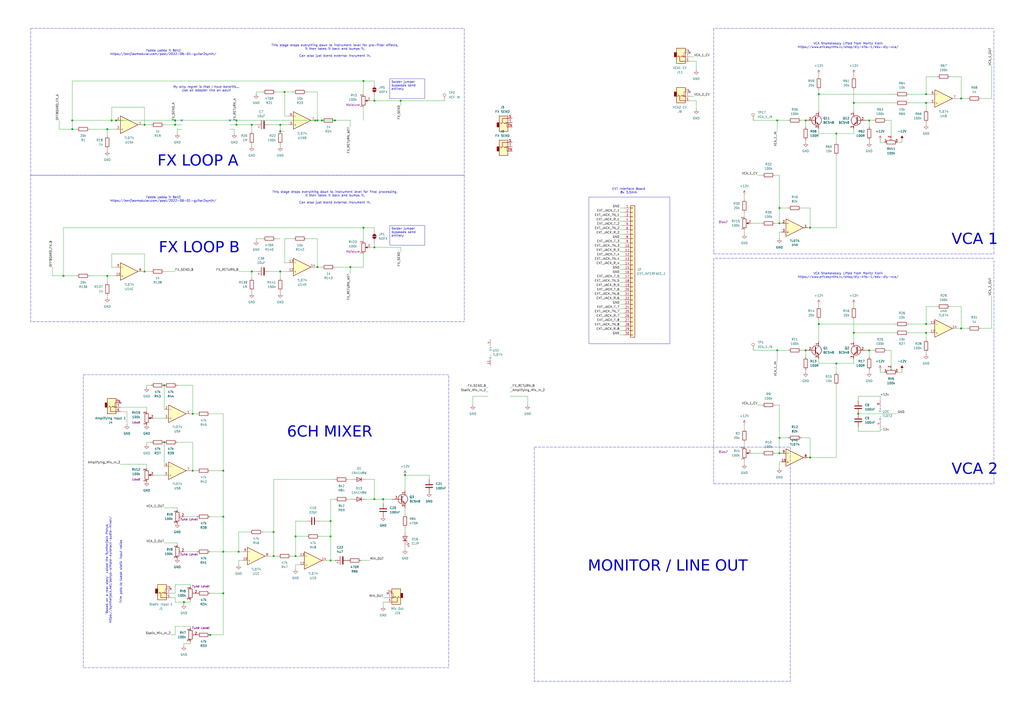
<source format=kicad_sch>
(kicad_sch (version 20231120) (generator "eeschema") (generator_version "8.0")
  (paper "A2")
  (title_block (title "Basiq Explorer") (rev "1.0") (company "velvia-fifty") (comment 1 "https://github.com/velvia-fifty/AudioThings") (comment 2 "If you only sent just one to the fab...") (comment 4 "Stay humble"))
  (junction (at 234.95 275.59))
  (junction (at 504.19 203.2))
  (junction (at 557.53 190.5))
  (junction (at 191.77 325.12))
  (junction (at 129.54 320.04))
  (junction (at 210.82 46.99))
  (junction (at 101.6 69.85))
  (junction (at 497.84 240.03))
  (junction (at 129.54 344.17))
  (junction (at 217.17 143.51))
  (junction (at 165.1 53.34))
  (junction (at 485.14 210.82))
  (junction (at 36.83 160.02))
  (junction (at 537.21 54.61))
  (junction (at 469.9 132.08))
  (junction (at 450.85 69.85))
  (junction (at 162.56 72.39))
  (junction (at 537.21 59.69))
  (junction (at 184.15 69.85))
  (junction (at 62.23 160.02))
  (junction (at 450.85 203.2))
  (junction (at 184.15 154.94))
  (junction (at 182.88 69.85))
  (junction (at 186.69 69.85))
  (junction (at 232.41 58.42))
  (junction (at 504.19 69.85))
  (junction (at 129.54 299.72))
  (junction (at 146.05 72.39))
  (junction (at 95.25 223.52))
  (junction (at 452.12 129.54))
  (junction (at 158.75 308.61))
  (junction (at 452.12 254))
  (junction (at 194.31 69.85))
  (junction (at 557.53 57.15))
  (junction (at 452.12 120.65))
  (junction (at 217.17 58.42))
  (junction (at 162.56 76.2))
  (junction (at 469.9 265.43))
  (junction (at 83.82 157.48))
  (junction (at 203.2 154.94))
  (junction (at 191.77 311.15))
  (junction (at 191.77 302.26))
  (junction (at 452.12 262.89))
  (junction (at 495.3 193.04))
  (junction (at 171.45 322.58))
  (junction (at 41.91 69.85))
  (junction (at 474.98 187.96))
  (junction (at 62.23 74.93))
  (junction (at 171.45 311.15))
  (junction (at 537.21 193.04))
  (junction (at 138.43 320.04))
  (junction (at 83.82 72.39))
  (junction (at 101.6 72.39))
  (junction (at 485.14 77.47))
  (junction (at 146.05 157.48))
  (junction (at 111.76 273.05))
  (junction (at 137.16 72.39))
  (junction (at 537.21 187.96))
  (junction (at 495.3 59.69))
  (junction (at 64.77 69.85))
  (junction (at 158.75 322.58))
  (junction (at 67.31 69.85))
  (junction (at 162.56 157.48))
  (junction (at 106.68 349.25))
  (junction (at 111.76 240.03))
  (junction (at 129.54 273.05))
  (junction (at 222.25 289.56))
  (junction (at 217.17 289.56))
  (junction (at 137.16 69.85))
  (junction (at 121.92 368.3))
  (junction (at 467.36 203.2))
  (junction (at 41.91 74.93))
  (junction (at 95.25 256.54))
  (junction (at 474.98 54.61))
  (junction (at 467.36 69.85))
  (junction (at 210.82 132.08))
  (no_connect (at 224.79 344.17))
  (no_connect (at 99.06 341.63))
  (no_connect (at 133.35 69.85))
  (no_connect (at 105.41 69.85))
  (no_connect (at 69.85 233.68))
  (no_connect (at 400.05 30.48))
  (no_connect (at 400.05 53.34))
  (wire (pts (xy 191.77 289.56) (xy 194.31 289.56)))
  (wire (pts (xy 523.24 214.63) (xy 523.24 215.9)))
  (wire (pts (xy 41.91 69.85) (xy 41.91 74.93)))
  (wire (pts (xy 469.9 254) (xy 464.82 254)))
  (wire (pts (xy 177.8 138.43) (xy 184.15 138.43)))
  (wire (pts (xy 106.68 349.25) (xy 101.6 349.25)))
  (wire (pts (xy 203.2 73.66) (xy 203.2 69.85)))
  (wire (pts (xy 101.6 363.22) (xy 110.49 363.22)))
  (wire (pts (xy 537.21 44.45) (xy 537.21 54.61)))
  (wire (pts (xy 361.95 161.29) (xy 359.41 161.29)))
  (wire (pts (xy 217.17 289.56) (xy 217.17 278.13)))
  (wire (pts (xy 306.07 229.87) (xy 295.91 229.87)))
  (wire (pts (xy 67.31 69.85) (xy 64.77 69.85)))
  (wire (pts (xy 129.54 368.3) (xy 129.54 344.17)))
  (polyline (pts (xy 414.02 16.51) (xy 414.02 147.32)) (stroke (width 0) (type dash)))
  (wire (pts (xy 431.8 269.24) (xy 431.8 266.7)))
  (wire (pts (xy 133.35 72.39) (xy 137.16 72.39)))
  (wire (pts (xy 99.06 344.17) (xy 101.6 344.17)))
  (wire (pts (xy 111.76 256.54) (xy 102.87 256.54)))
  (wire (pts (xy 110.49 373.38) (xy 106.68 373.38)))
  (wire (pts (xy 504.19 207.01) (xy 504.19 203.2)))
  (wire (pts (xy 519.43 187.96) (xy 474.98 187.96)))
  (wire (pts (xy 467.36 215.9) (xy 467.36 214.63)))
  (wire (pts (xy 184.15 69.85) (xy 182.88 69.85)))
  (wire (pts (xy 158.75 308.61) (xy 152.4 308.61)))
  (wire (pts (xy 497.84 232.41) (xy 497.84 229.87)))
  (wire (pts (xy 557.53 177.8) (xy 551.18 177.8)))
  (wire (pts (xy 191.77 325.12) (xy 191.77 311.15)))
  (wire (pts (xy 217.17 278.13) (xy 212.09 278.13)))
  (wire (pts (xy 495.3 193.04) (xy 519.43 193.04)))
  (wire (pts (xy 234.95 298.45) (xy 234.95 294.64)))
  (wire (pts (xy 452.12 101.6) (xy 452.12 120.65)))
  (wire (pts (xy 504.19 73.66) (xy 504.19 69.85)))
  (wire (pts (xy 469.9 254) (xy 469.9 265.43)))
  (wire (pts (xy 435.61 262.89) (xy 441.96 262.89)))
  (wire (pts (xy 101.6 69.85) (xy 101.6 72.39)))
  (wire (pts (xy 101.6 346.71) (xy 99.06 346.71)))
  (wire (pts (xy 204.47 289.56) (xy 201.93 289.56)))
  (wire (pts (xy 575.31 38.1) (xy 575.31 57.15)))
  (wire (pts (xy 575.31 57.15) (xy 568.96 57.15)))
  (wire (pts (xy 160.02 138.43) (xy 162.56 138.43)))
  (wire (pts (xy 431.8 135.89) (xy 431.8 133.35)))
  (wire (pts (xy 495.3 77.47) (xy 495.3 74.93)))
  (wire (pts (xy 167.64 67.31) (xy 165.1 67.31)))
  (wire (pts (xy 83.82 62.23) (xy 83.82 72.39)))
  (wire (pts (xy 129.54 273.05) (xy 129.54 299.72)))
  (wire (pts (xy 523.24 215.9) (xy 520.7 215.9)))
  (wire (pts (xy 403.86 40.64) (xy 403.86 35.56)))
  (wire (pts (xy 449.58 129.54) (xy 452.12 129.54)))
  (wire (pts (xy 110.49 363.22) (xy 110.49 364.49)))
  (wire (pts (xy 485.14 210.82) (xy 485.14 215.9)))
  (wire (pts (xy 297.18 224.79) (xy 295.91 224.79)))
  (wire (pts (xy 137.16 69.85) (xy 137.16 72.39)))
  (wire (pts (xy 95.25 72.39) (xy 101.6 72.39)))
  (wire (pts (xy 537.21 177.8) (xy 537.21 187.96)))
  (wire (pts (xy 158.75 322.58) (xy 158.75 308.61)))
  (wire (pts (xy 30.48 160.02) (xy 36.83 160.02)))
  (wire (pts (xy 439.42 101.6) (xy 441.96 101.6)))
  (wire (pts (xy 64.77 69.85) (xy 41.91 69.85)))
  (wire (pts (xy 485.14 210.82) (xy 495.3 210.82)))
  (wire (pts (xy 144.78 308.61) (xy 138.43 308.61)))
  (wire (pts (xy 234.95 275.59) (xy 234.95 284.48)))
  (wire (pts (xy 248.92 275.59) (xy 234.95 275.59)))
  (wire (pts (xy 431.8 113.03) (xy 431.8 115.57)))
  (wire (pts (xy 167.64 157.48) (xy 162.56 157.48)))
  (wire (pts (xy 450.85 203.2) (xy 450.85 209.55)))
  (wire (pts (xy 361.95 148.59) (xy 359.41 148.59)))
  (wire (pts (xy 516.89 78.74) (xy 516.89 69.85)))
  (wire (pts (xy 474.98 210.82) (xy 485.14 210.82)))
  (wire (pts (xy 95.25 157.48) (xy 101.6 157.48)))
  (wire (pts (xy 204.47 278.13) (xy 201.93 278.13)))
  (wire (pts (xy 234.95 308.61) (xy 234.95 306.07)))
  (wire (pts (xy 474.98 43.18) (xy 474.98 44.45)))
  (wire (pts (xy 146.05 76.2) (xy 146.05 72.39)))
  (wire (pts (xy 194.31 69.85) (xy 186.69 69.85)))
  (wire (pts (xy 158.75 278.13) (xy 158.75 308.61)))
  (wire (pts (xy 361.95 186.69) (xy 359.41 186.69)))
  (wire (pts (xy 504.19 215.9) (xy 504.19 214.63)))
  (wire (pts (xy 234.95 318.77) (xy 234.95 316.23)))
  (wire (pts (xy 186.69 154.94) (xy 184.15 154.94)))
  (wire (pts (xy 217.17 143.51) (xy 214.63 143.51)))
  (wire (pts (xy 436.88 69.85) (xy 450.85 69.85)))
  (wire (pts (xy 191.77 302.26) (xy 191.77 311.15)))
  (wire (pts (xy 361.95 171.45) (xy 359.41 171.45)))
  (wire (pts (xy 95.25 242.57) (xy 88.9 242.57)))
  (wire (pts (xy 210.82 139.7) (xy 210.82 132.08)))
  (wire (pts (xy 467.36 207.01) (xy 467.36 203.2)))
  (wire (pts (xy 474.98 208.28) (xy 474.98 210.82)))
  (wire (pts (xy 450.85 69.85) (xy 450.85 76.2)))
  (wire (pts (xy 504.19 203.2) (xy 502.92 203.2)))
  (wire (pts (xy 217.17 58.42) (xy 214.63 58.42)))
  (wire (pts (xy 248.92 275.59) (xy 248.92 278.13)))
  (wire (pts (xy 165.1 53.34) (xy 170.18 53.34)))
  (wire (pts (xy 474.98 176.53) (xy 474.98 177.8)))
  (polyline (pts (xy 576.58 16.51) (xy 414.02 16.51)) (stroke (width 0) (type dash)))
  (wire (pts (xy 452.12 101.6) (xy 449.58 101.6)))
  (wire (pts (xy 138.43 325.12) (xy 140.97 325.12)))
  (wire (pts (xy 106.68 373.38) (xy 106.68 374.65)))
  (wire (pts (xy 361.95 128.27) (xy 359.41 128.27)))
  (wire (pts (xy 504.19 82.55) (xy 504.19 81.28)))
  (wire (pts (xy 62.23 74.93) (xy 62.23 78.74)))
  (wire (pts (xy 469.9 132.08) (xy 485.14 132.08)))
  (wire (pts (xy 83.82 72.39) (xy 82.55 72.39)))
  (wire (pts (xy 361.95 163.83) (xy 359.41 163.83)))
  (wire (pts (xy 95.25 294.64) (xy 102.87 294.64)))
  (wire (pts (xy 148.59 157.48) (xy 146.05 157.48)))
  (wire (pts (xy 106.68 299.72) (xy 114.3 299.72)))
  (wire (pts (xy 510.54 81.28) (xy 510.54 82.55)))
  (wire (pts (xy 162.56 72.39) (xy 156.21 72.39)))
  (wire (pts (xy 129.54 299.72) (xy 129.54 320.04)))
  (wire (pts (xy 510.54 250.19) (xy 510.54 247.65)))
  (wire (pts (xy 537.21 196.85) (xy 537.21 193.04)))
  (wire (pts (xy 361.95 140.97) (xy 359.41 140.97)))
  (wire (pts (xy 171.45 311.15) (xy 171.45 322.58)))
  (wire (pts (xy 41.91 74.93) (xy 44.45 74.93)))
  (wire (pts (xy 62.23 171.45) (xy 62.23 172.72)))
  (wire (pts (xy 361.95 143.51) (xy 359.41 143.51)))
  (wire (pts (xy 162.56 161.29) (xy 162.56 157.48)))
  (wire (pts (xy 217.17 143.51) (xy 232.41 143.51)))
  (wire (pts (xy 85.09 223.52) (xy 85.09 224.79)))
  (wire (pts (xy 439.42 234.95) (xy 441.96 234.95)))
  (wire (pts (xy 111.76 223.52) (xy 102.87 223.52)))
  (wire (pts (xy 102.87 294.64) (xy 102.87 295.91)))
  (wire (pts (xy 361.95 146.05) (xy 359.41 146.05)))
  (wire (pts (xy 137.16 72.39) (xy 146.05 72.39)))
  (wire (pts (xy 464.82 69.85) (xy 467.36 69.85)))
  (wire (pts (xy 452.12 120.65) (xy 457.2 120.65)))
  (wire (pts (xy 452.12 267.97) (xy 452.12 271.78)))
  (wire (pts (xy 34.29 69.85) (xy 34.29 74.93)))
  (wire (pts (xy 557.53 57.15) (xy 557.53 44.45)))
  (wire (pts (xy 495.3 43.18) (xy 495.3 44.45)))
  (wire (pts (xy 306.07 234.95) (xy 306.07 229.87)))
  (wire (pts (xy 64.77 154.94) (xy 64.77 147.32)))
  (wire (pts (xy 138.43 308.61) (xy 138.43 320.04)))
  (wire (pts (xy 85.09 271.78) (xy 85.09 269.24)))
  (wire (pts (xy 527.05 54.61) (xy 537.21 54.61)))
  (wire (pts (xy 452.12 262.89) (xy 452.12 254)))
  (wire (pts (xy 361.95 120.65) (xy 359.41 120.65)))
  (wire (pts (xy 217.17 140.97) (xy 217.17 143.51)))
  (wire (pts (xy 452.12 129.54) (xy 452.12 120.65)))
  (wire (pts (xy 452.12 134.62) (xy 452.12 138.43)))
  (wire (pts (xy 450.85 69.85) (xy 457.2 69.85)))
  (wire (pts (xy 510.54 82.55) (xy 513.08 82.55)))
  (wire (pts (xy 85.09 269.24) (xy 69.85 269.24)))
  (wire (pts (xy 527.05 193.04) (xy 537.21 193.04)))
  (wire (pts (xy 121.92 299.72) (xy 129.54 299.72)))
  (wire (pts (xy 95.25 256.54) (xy 95.25 270.51)))
  (wire (pts (xy 210.82 62.23) (xy 210.82 69.85)))
  (wire (pts (xy 99.06 368.3) (xy 101.6 368.3)))
  (wire (pts (xy 191.77 311.15) (xy 185.42 311.15)))
  (wire (pts (xy 85.09 236.22) (xy 69.85 236.22)))
  (wire (pts (xy 177.8 302.26) (xy 171.45 302.26)))
  (wire (pts (xy 162.56 76.2) (xy 165.1 76.2)))
  (wire (pts (xy 191.77 289.56) (xy 191.77 302.26)))
  (wire (pts (xy 111.76 273.05) (xy 111.76 256.54)))
  (wire (pts (xy 537.21 187.96) (xy 539.75 187.96)))
  (wire (pts (xy 95.25 314.96) (xy 102.87 314.96)))
  (wire (pts (xy 510.54 214.63) (xy 510.54 215.9)))
  (wire (pts (xy 403.86 63.5) (xy 403.86 58.42)))
  (wire (pts (xy 101.6 339.09) (xy 110.49 339.09)))
  (wire (pts (xy 557.53 190.5) (xy 561.34 190.5)))
  (wire (pts (xy 67.31 154.94) (xy 64.77 154.94)))
  (wire (pts (xy 148.59 53.34) (xy 152.4 53.34)))
  (wire (pts (xy 102.87 74.93) (xy 105.41 74.93)))
  (wire (pts (xy 361.95 168.91) (xy 359.41 168.91)))
  (wire (pts (xy 469.9 120.65) (xy 464.82 120.65)))
  (wire (pts (xy 464.82 203.2) (xy 467.36 203.2)))
  (wire (pts (xy 468.63 265.43) (xy 469.9 265.43)))
  (wire (pts (xy 156.21 322.58) (xy 158.75 322.58)))
  (wire (pts (xy 485.14 132.08) (xy 485.14 90.17)))
  (wire (pts (xy 87.63 157.48) (xy 83.82 157.48)))
  (wire (pts (xy 222.25 346.71) (xy 224.79 346.71)))
  (wire (pts (xy 182.88 69.85) (xy 137.16 69.85)))
  (wire (pts (xy 30.48 154.94) (xy 30.48 160.02)))
  (wire (pts (xy 102.87 77.47) (xy 102.87 74.93)))
  (wire (pts (xy 62.23 86.36) (xy 62.23 87.63)))
  (wire (pts (xy 452.12 234.95) (xy 452.12 254)))
  (wire (pts (xy 361.95 189.23) (xy 359.41 189.23)))
  (wire (pts (xy 468.63 132.08) (xy 469.9 132.08)))
  (wire (pts (xy 52.07 160.02) (xy 62.23 160.02)))
  (wire (pts (xy 73.66 238.76) (xy 69.85 238.76)))
  (wire (pts (xy 575.31 171.45) (xy 575.31 190.5)))
  (wire (pts (xy 194.31 154.94) (xy 203.2 154.94)))
  (wire (pts (xy 297.18 227.33) (xy 295.91 227.33)))
  (wire (pts (xy 64.77 69.85) (xy 64.77 62.23)))
  (wire (pts (xy 203.2 154.94) (xy 210.82 154.94)))
  (wire (pts (xy 435.61 129.54) (xy 441.96 129.54)))
  (wire (pts (xy 527.05 187.96) (xy 537.21 187.96)))
  (wire (pts (xy 497.84 240.03) (xy 520.7 240.03)))
  (wire (pts (xy 146.05 83.82) (xy 146.05 85.09)))
  (wire (pts (xy 495.3 210.82) (xy 495.3 208.28)))
  (wire (pts (xy 495.3 52.07) (xy 495.3 59.69)))
  (wire (pts (xy 506.73 69.85) (xy 504.19 69.85)))
  (wire (pts (xy 101.6 368.3) (xy 101.6 363.22)))
  (wire (pts (xy 497.84 229.87) (xy 510.54 229.87)))
  (wire (pts (xy 87.63 223.52) (xy 85.09 223.52)))
  (polyline (pts (xy 576.58 280.67) (xy 576.58 151.13)) (stroke (width 0) (type dash)))
  (wire (pts (xy 129.54 344.17) (xy 129.54 320.04)))
  (wire (pts (xy 474.98 187.96) (xy 474.98 198.12)))
  (wire (pts (xy 431.8 256.54) (xy 431.8 259.08)))
  (polyline (pts (xy 414.02 149.86) (xy 414.02 280.67)) (stroke (width 0) (type dash)))
  (wire (pts (xy 135.89 74.93) (xy 133.35 74.93)))
  (wire (pts (xy 203.2 158.75) (xy 203.2 154.94)))
  (wire (pts (xy 167.64 152.4) (xy 165.1 152.4)))
  (wire (pts (xy 485.14 77.47) (xy 485.14 82.55)))
  (wire (pts (xy 453.39 267.97) (xy 452.12 267.97)))
  (wire (pts (xy 557.53 57.15) (xy 561.34 57.15)))
  (wire (pts (xy 148.59 138.43) (xy 152.4 138.43)))
  (wire (pts (xy 111.76 240.03) (xy 111.76 223.52)))
  (wire (pts (xy 453.39 129.54) (xy 452.12 129.54)))
  (wire (pts (xy 41.91 46.99) (xy 41.91 69.85)))
  (wire (pts (xy 110.49 372.11) (xy 110.49 373.38)))
  (wire (pts (xy 62.23 160.02) (xy 62.23 163.83)))
  (wire (pts (xy 186.69 69.85) (xy 184.15 69.85)))
  (wire (pts (xy 85.09 256.54) (xy 85.09 257.81)))
  (wire (pts (xy 523.24 82.55) (xy 520.7 82.55)))
  (wire (pts (xy 497.84 247.65) (xy 497.84 250.19)))
  (wire (pts (xy 402.59 55.88) (xy 400.05 55.88)))
  (wire (pts (xy 121.92 344.17) (xy 129.54 344.17)))
  (wire (pts (xy 361.95 151.13) (xy 359.41 151.13)))
  (wire (pts (xy 184.15 138.43) (xy 184.15 154.94)))
  (polyline (pts (xy 414.02 147.32) (xy 576.58 147.32)) (stroke (width 0) (type dash)))
  (wire (pts (xy 148.59 72.39) (xy 146.05 72.39)))
  (wire (pts (xy 504.19 69.85) (xy 502.92 69.85)))
  (wire (pts (xy 554.99 57.15) (xy 557.53 57.15)))
  (wire (pts (xy 474.98 74.93) (xy 474.98 77.47)))
  (wire (pts (xy 495.3 176.53) (xy 495.3 177.8)))
  (wire (pts (xy 101.6 72.39) (xy 105.41 72.39)))
  (wire (pts (xy 361.95 181.61) (xy 359.41 181.61)))
  (wire (pts (xy 453.39 134.62) (xy 452.12 134.62)))
  (wire (pts (xy 222.25 289.56) (xy 222.25 292.1)))
  (wire (pts (xy 185.42 302.26) (xy 191.77 302.26)))
  (wire (pts (xy 102.87 314.96) (xy 102.87 316.23)))
  (wire (pts (xy 519.43 54.61) (xy 474.98 54.61)))
  (wire (pts (xy 495.3 198.12) (xy 495.3 193.04)))
  (wire (pts (xy 87.63 72.39) (xy 83.82 72.39)))
  (wire (pts (xy 537.21 54.61) (xy 539.75 54.61)))
  (wire (pts (xy 467.36 73.66) (xy 467.36 69.85)))
  (wire (pts (xy 495.3 185.42) (xy 495.3 193.04)))
  (wire (pts (xy 146.05 161.29) (xy 146.05 157.48)))
  (wire (pts (xy 148.59 139.7) (xy 148.59 138.43)))
  (wire (pts (xy 450.85 203.2) (xy 457.2 203.2)))
  (wire (pts (xy 222.25 349.25) (xy 224.79 349.25)))
  (wire (pts (xy 281.94 224.79) (xy 283.21 224.79)))
  (wire (pts (xy 361.95 135.89) (xy 359.41 135.89)))
  (wire (pts (xy 110.49 349.25) (xy 106.68 349.25)))
  (wire (pts (xy 361.95 166.37) (xy 359.41 166.37)))
  (wire (pts (xy 453.39 262.89) (xy 452.12 262.89)))
  (wire (pts (xy 64.77 147.32) (xy 83.82 147.32)))
  (wire (pts (xy 474.98 77.47) (xy 485.14 77.47)))
  (wire (pts (xy 452.12 254) (xy 457.2 254)))
  (wire (pts (xy 121.92 240.03) (xy 129.54 240.03)))
  (wire (pts (xy 217.17 132.08) (xy 210.82 132.08)))
  (wire (pts (xy 217.17 289.56) (xy 222.25 289.56)))
  (wire (pts (xy 474.98 52.07) (xy 474.98 54.61)))
  (wire (pts (xy 214.63 325.12) (xy 209.55 325.12)))
  (wire (pts (xy 34.29 74.93) (xy 41.91 74.93)))
  (wire (pts (xy 120.65 368.3) (xy 121.92 368.3)))
  (wire (pts (xy 194.31 325.12) (xy 191.77 325.12)))
  (wire (pts (xy 537.21 72.39) (xy 537.21 71.12)))
  (wire (pts (xy 110.49 273.05) (xy 111.76 273.05)))
  (wire (pts (xy 516.89 212.09) (xy 516.89 203.2)))
  (wire (pts (xy 87.63 256.54) (xy 85.09 256.54)))
  (wire (pts (xy 274.32 234.95) (xy 274.32 229.87)))
  (wire (pts (xy 36.83 160.02) (xy 44.45 160.02)))
  (polyline (pts (xy 576.58 147.32) (xy 576.58 17.78)) (stroke (width 0) (type dash)))
  (wire (pts (xy 361.95 156.21) (xy 359.41 156.21)))
  (wire (pts (xy 523.24 81.28) (xy 523.24 82.55)))
  (polyline (pts (xy 414.02 280.67) (xy 576.58 280.67)) (stroke (width 0) (type dash)))
  (wire (pts (xy 474.98 54.61) (xy 474.98 64.77)))
  (wire (pts (xy 121.92 273.05) (xy 129.54 273.05)))
  (wire (pts (xy 162.56 83.82) (xy 162.56 85.09)))
  (wire (pts (xy 557.53 190.5) (xy 557.53 177.8)))
  (wire (pts (xy 217.17 133.35) (xy 217.17 132.08)))
  (wire (pts (xy 165.1 67.31) (xy 165.1 53.34)))
  (wire (pts (xy 537.21 193.04) (xy 539.75 193.04)))
  (wire (pts (xy 449.58 262.89) (xy 452.12 262.89)))
  (wire (pts (xy 138.43 320.04) (xy 140.97 320.04)))
  (wire (pts (xy 129.54 240.03) (xy 129.54 273.05)))
  (wire (pts (xy 469.9 265.43) (xy 485.14 265.43)))
  (wire (pts (xy 543.56 177.8) (xy 537.21 177.8)))
  (wire (pts (xy 361.95 158.75) (xy 359.41 158.75)))
  (wire (pts (xy 495.3 64.77) (xy 495.3 59.69)))
  (wire (pts (xy 210.82 147.32) (xy 210.82 154.94)))
  (wire (pts (xy 64.77 62.23) (xy 83.82 62.23)))
  (wire (pts (xy 361.95 123.19) (xy 359.41 123.19)))
  (wire (pts (xy 217.17 58.42) (xy 232.41 58.42)))
  (wire (pts (xy 436.88 203.2) (xy 450.85 203.2)))
  (wire (pts (xy 67.31 160.02) (xy 62.23 160.02)))
  (wire (pts (xy 110.49 347.98) (xy 110.49 349.25)))
  (wire (pts (xy 171.45 327.66) (xy 173.99 327.66)))
  (wire (pts (xy 217.17 55.88) (xy 217.17 58.42)))
  (wire (pts (xy 361.95 194.31) (xy 359.41 194.31)))
  (wire (pts (xy 217.17 48.26) (xy 217.17 46.99)))
  (wire (pts (xy 171.45 302.26) (xy 171.45 311.15)))
  (wire (pts (xy 184.15 154.94) (xy 182.88 154.94)))
  (wire (pts (xy 527.05 59.69) (xy 537.21 59.69)))
  (wire (pts (xy 101.6 346.71) (xy 101.6 349.25)))
  (wire (pts (xy 485.14 77.47) (xy 495.3 77.47)))
  (wire (pts (xy 121.92 320.04) (xy 129.54 320.04)))
  (wire (pts (xy 162.56 157.48) (xy 156.21 157.48)))
  (wire (pts (xy 194.31 278.13) (xy 158.75 278.13)))
  (wire (pts (xy 469.9 120.65) (xy 469.9 132.08)))
  (wire (pts (xy 402.59 33.02) (xy 400.05 33.02)))
  (wire (pts (xy 171.45 330.2) (xy 171.45 327.66)))
  (wire (pts (xy 162.56 76.2) (xy 162.56 72.39)))
  (wire (pts (xy 203.2 69.85) (xy 194.31 69.85)))
  (wire (pts (xy 361.95 133.35) (xy 359.41 133.35)))
  (wire (pts (xy 227.33 289.56) (xy 222.25 289.56)))
  (wire (pts (xy 557.53 44.45) (xy 551.18 44.45)))
  (wire (pts (xy 95.25 223.52) (xy 95.25 237.49)))
  (wire (pts (xy 95.25 275.59) (xy 88.9 275.59)))
  (wire (pts (xy 361.95 138.43) (xy 359.41 138.43)))
  (wire (pts (xy 177.8 53.34) (xy 184.15 53.34)))
  (wire (pts (xy 431.8 123.19) (xy 431.8 125.73)))
  (wire (pts (xy 403.86 35.56) (xy 400.05 35.56)))
  (wire (pts (xy 171.45 322.58) (xy 173.99 322.58)))
  (wire (pts (xy 403.86 58.42) (xy 400.05 58.42)))
  (wire (pts (xy 212.09 289.56) (xy 217.17 289.56)))
  (wire (pts (xy 361.95 153.67) (xy 359.41 153.67)))
  (wire (pts (xy 137.16 69.85) (xy 101.6 69.85)))
  (wire (pts (xy 474.98 185.42) (xy 474.98 187.96)))
  (wire (pts (xy 162.56 168.91) (xy 162.56 170.18)))
  (wire (pts (xy 516.89 203.2) (xy 514.35 203.2)))
  (wire (pts (xy 110.49 339.09) (xy 110.49 340.36)))
  (wire (pts (xy 506.73 203.2) (xy 504.19 203.2)))
  (wire (pts (xy 452.12 234.95) (xy 449.58 234.95)))
  (wire (pts (xy 67.31 74.93) (xy 62.23 74.93)))
  (wire (pts (xy 210.82 46.99) (xy 41.91 46.99)))
  (wire (pts (xy 361.95 184.15) (xy 359.41 184.15)))
  (wire (pts (xy 36.83 132.08) (xy 36.83 160.02)))
  (wire (pts (xy 232.41 146.05) (xy 232.41 143.51)))
  (wire (pts (xy 148.59 54.61) (xy 148.59 53.34)))
  (wire (pts (xy 101.6 344.17) (xy 101.6 339.09)))
  (wire (pts (xy 146.05 168.91) (xy 146.05 170.18)))
  (wire (pts (xy 161.29 322.58) (xy 158.75 322.58)))
  (wire (pts (xy 537.21 205.74) (xy 537.21 204.47)))
  (wire (pts (xy 495.3 59.69) (xy 519.43 59.69)))
  (wire (pts (xy 114.3 273.05) (xy 111.76 273.05)))
  (wire (pts (xy 165.1 152.4) (xy 165.1 138.43)))
  (wire (pts (xy 485.14 265.43) (xy 485.14 223.52)))
  (wire (pts (xy 510.54 215.9) (xy 513.08 215.9)))
  (wire (pts (xy 168.91 322.58) (xy 171.45 322.58)))
  (wire (pts (xy 361.95 130.81) (xy 359.41 130.81)))
  (wire (pts (xy 160.02 53.34) (xy 165.1 53.34)))
  (wire (pts (xy 232.41 60.96) (xy 232.41 58.42)))
  (wire (pts (xy 510.54 229.87) (xy 510.54 232.41)))
  (wire (pts (xy 73.66 246.38) (xy 73.66 238.76)))
  (wire (pts (xy 138.43 327.66) (xy 138.43 325.12)))
  (wire (pts (xy 497.84 250.19) (xy 510.54 250.19)))
  (wire (pts (xy 106.68 320.04) (xy 114.3 320.04)))
  (wire (pts (xy 361.95 176.53) (xy 359.41 176.53)))
  (wire (pts (xy 83.82 147.32) (xy 83.82 157.48)))
  (wire (pts (xy 281.94 227.33) (xy 283.21 227.33)))
  (wire (pts (xy 575.31 190.5) (xy 568.96 190.5)))
  (wire (pts (xy 274.32 229.87) (xy 283.21 229.87)))
  (wire (pts (xy 361.95 173.99) (xy 359.41 173.99)))
  (wire (pts (xy 106.68 349.25) (xy 106.68 350.52)))
  (wire (pts (xy 36.83 132.08) (xy 210.82 132.08)))
  (wire (pts (xy 135.89 77.47) (xy 135.89 74.93)))
  (wire (pts (xy 537.21 59.69) (xy 539.75 59.69)))
  (wire (pts (xy 114.3 240.03) (xy 111.76 240.03)))
  (wire (pts (xy 189.23 325.12) (xy 191.77 325.12)))
  (wire (pts (xy 361.95 191.77) (xy 359.41 191.77)))
  (wire (pts (xy 516.89 69.85) (xy 514.35 69.85)))
  (wire (pts (xy 101.6 69.85) (xy 67.31 69.85)))
  (wire (pts (xy 52.07 74.93) (xy 62.23 74.93)))
  (wire (pts (xy 217.17 46.99) (xy 210.82 46.99)))
  (wire (pts (xy 85.09 238.76) (xy 85.09 236.22)))
  (wire (pts (xy 361.95 125.73) (xy 359.41 125.73)))
  (wire (pts (xy 165.1 138.43) (xy 170.18 138.43)))
  (wire (pts (xy 467.36 82.55) (xy 467.36 81.28)))
  (wire (pts (xy 554.99 190.5) (xy 557.53 190.5)))
  (wire (pts (xy 146.05 157.48) (xy 138.43 157.48)))
  (wire (pts (xy 543.56 44.45) (xy 537.21 44.45)))
  (wire (pts (xy 83.82 157.48) (xy 82.55 157.48)))
  (wire (pts (xy 177.8 311.15) (xy 171.45 311.15)))
  (wire (pts (xy 167.64 72.39) (xy 162.56 72.39)))
  (wire (pts (xy 431.8 246.38) (xy 431.8 248.92)))
  (wire (pts (xy 361.95 179.07) (xy 359.41 179.07)))
  (wire (pts (xy 210.82 54.61) (xy 210.82 46.99)))
  (wire (pts (xy 184.15 53.34) (xy 184.15 69.85)))
  (polyline (pts (xy 576.58 149.86) (xy 414.02 149.86)) (stroke (width 0) (type dash)))
  (wire (pts (xy 110.49 240.03) (xy 111.76 240.03)))
  (wire (pts (xy 537.21 63.5) (xy 537.21 59.69)))
  (wire (pts (xy 232.41 58.42) (xy 257.81 58.42)))
  (wire (pts (xy 121.92 368.3) (xy 129.54 368.3)))
  (wire (pts (xy 129.54 320.04) (xy 138.43 320.04)))
  (wire (pts (xy 222.25 351.79) (xy 222.25 349.25)))
  (rectangle (start 48.26 217.424) (end 260.35 387.35) (stroke (width 0) (type dash)))
  (rectangle (start 341.63 114.3) (end 388.62 199.39))
  (rectangle (start 17.78 101.6) (end 269.24 186.69) (stroke (width 0) (type dash)))
  (rectangle (start 17.78 16.51) (end 269.24 101.6) (stroke (width 0) (type dash)))
  (rectangle (start 309.88 259.334) (end 458.47 395.224) (stroke (width 0) (type dash)))
  (text_box "Solder jumper bypasses send entirely" (at 226.06 45.72 0) (size 20.32 11.43) (effects (font (size 1.27 1.27)) (justify left top)))
  (text_box "Solder jumper bypasses send entirely" (at 226.06 130.81 0) (size 20.32 11.43) (effects (font (size 1.27 1.27)) (justify left top)))
  (text "\"Based on a real story\" called the Syntherjack Ponyo\nhttps://syntherjack.net/ponyo-simple-eurorack-audio-mixer/" (at 62.992 330.708 90) (effects (font (size 1.27 1.27))))
  (text "FX LOOP A" (at 114.808 95.25 0) (effects (font (size 6.35 6.35))))
  (text "FX LOOP B" (at 115.57 145.542 0) (effects (font (size 6.35 6.35))))
  (text "EXT Interface Board\n8x 3.5mm" (at 364.744 110.744 0) (effects (font (size 1.27 1.27))))
  (text "6CH MIXER" (at 191.262 252.476 0) (effects (font (size 6.35 6.35))))
  (text "VCA 1\n" (at 565.404 140.716 0) (effects (font (size 6.35 6.35))))
  (text "Yadda yadda it Benji\nhttps://benjiaomodular.com/post/2022-06-01-guitar2synth/" (at 94.742 30.48 0) (effects (font (size 1.27 1.27))))
  (text "VCA Shamelessly Lifted from Moritz Klein\nhttps://www.ericasynths.lv/shop/diy-kits-1/edu-diy-vca/" (at 491.998 26.416 0) (effects (font (size 1.27 1.27))))
  (text "My only regret is that I hsve boneitis...\nUse an adapter like an adult" (at 119.634 51.562 0) (effects (font (size 1.27 1.27) (italic yes))))
  (text "Trim pots to tweak static input ratios" (at 70.104 331.724 90) (effects (font (size 1.27 1.27) (italic yes))))
  (text "Yadda yadda it Benji\nhttps://benjiaomodular.com/post/2022-06-01-guitar2synth/" (at 94.742 115.57 0) (effects (font (size 1.27 1.27))))
  (text "This stage drops everything down to instrument level for pre-filter effects,\nit then takes it back and bumps it.\n\nCan also just blend external insrument in." (at 194.31 29.464 0) (effects (font (size 1.27 1.27))))
  (text "VCA 2\n" (at 565.404 274.066 0) (effects (font (size 6.35 6.35))))
  (text "MONITOR / LINE OUT" (at 387.35 330.2 0) (effects (font (size 6.35 6.35))))
  (text "This stage drops everything down to instrument level for final processing,\nit then takes it back and bumps it.\n\nCan also just blend external insrument in." (at 194.31 114.554 0) (effects (font (size 1.27 1.27))))
  (text "VCA Shamelessly Lifted from Moritz Klein\nhttps://www.ericasynths.lv/shop/diy-kits-1/edu-diy-vca/" (at 491.998 159.766 0) (effects (font (size 1.27 1.27))))
  (label "VCA_1_IN" (at 450.85 76.2 270))
  (label "GND" (at 359.41 176.53 180))
  (label "MIX_OUT" (at 222.25 346.71 180))
  (label "EXT_JACK_R_7" (at 359.41 184.15 180))
  (label "GND" (at 520.7 240.03 0))
  (label "EXT_JACK_T_5" (at 359.41 161.29 180))
  (label "GND" (at 359.41 120.65 180))
  (label "VCA_1_CV" (at 439.42 234.95 180))
  (label "VCA_2_CV" (at 402.59 55.88 0))
  (label "EXT_JACK_TN_1" (at 359.41 125.73 180))
  (label "EXT_JACK_R_5" (at 359.41 166.37 180))
  (label "EXT_JACK_T_1" (at 359.41 123.19 180))
  (label "EXT_JACK_R_4" (at 359.41 153.67 180))
  (label "GND" (at 359.41 158.75 180))
  (label "FX_SEND" (at 232.41 146.05 270))
  (label "FX_RETURN_B" (at 138.43 157.48 180))
  (label "EXT_JACK_TN_4" (at 359.41 151.13 180))
  (label "GND" (at 359.41 156.21 180))
  (label "EXT_JACK_T_6" (at 359.41 168.91 180))
  (label "FX_SEND_B" (at 281.94 224.79 180))
  (label "VCA_2_OUT" (at 95.25 314.96 180))
  (label "VCA_2_OUT" (at 575.31 171.45 90))
  (label "VCA_1_IN" (at 450.85 209.55 270))
  (label "FX_RETURN_WET" (at 203.2 158.75 270))
  (label "FX_RETURN_B" (at 297.18 224.79 0))
  (label "VCA_1_CV" (at 439.42 101.6 180))
  (label "EXT_JACK_T_2" (at 359.41 130.81 180))
  (label "EXT_JACK_TN_3" (at 359.41 143.51 180))
  (label "Amplifying_Mix_In_2" (at 69.85 269.24 180))
  (label "OFFBOARD_FX_B" (at 30.48 154.94 90))
  (label "Static_Mix_In_2" (at 281.94 227.33 180))
  (label "MIX_OUT" (at 214.63 325.12 0))
  (label "FX_SEND_A" (at 101.6 69.85 90))
  (label "VCA_1_CV" (at 402.59 33.02 0))
  (label "EXT_JACK_R_8" (at 359.41 191.77 180))
  (label "EXT_JACK_TN_8" (at 359.41 189.23 180))
  (label "VCA_1_OUT" (at 95.25 294.64 180))
  (label "EXT_JACK_R_2" (at 359.41 135.89 180))
  (label "EXT_JACK_T_8" (at 359.41 186.69 180))
  (label "GND" (at 359.41 138.43 180))
  (label "EXT_JACK_TN_5" (at 359.41 163.83 180))
  (label "OFFBOARD_FX_A" (at 34.29 69.85 90))
  (label "VCA_1_OUT" (at 575.31 38.1 90))
  (label "GND" (at 359.41 194.31 180))
  (label "EXT_JACK_TN_6" (at 359.41 171.45 180))
  (label "EXT_JACK_TN_7" (at 359.41 181.61 180))
  (label "FX_SEND" (at 232.41 60.96 270))
  (label "EXT_JACK_R_6" (at 359.41 173.99 180))
  (label "EXT_JACK_T_7" (at 359.41 179.07 180))
  (label "EXT_JACK_T_3" (at 359.41 140.97 180))
  (label "-12v" (at 510.54 250.19 0))
  (label "FX_SEND_B" (at 101.6 157.48 0))
  (label "FX_RETURN_A" (at 137.16 69.85 90))
  (label "EXT_JACK_T_4" (at 359.41 148.59 180))
  (label "Static_Mix_In_2" (at 99.06 368.3 180))
  (label "FX_RETURN_WET" (at 203.2 73.66 270))
  (label "+12v" (at 510.54 229.87 0))
  (label "EXT_JACK_TN_2" (at 359.41 133.35 180))
  (label "EXT_JACK_R_3" (at 359.41 146.05 180))
  (label "EXT_JACK_R_1" (at 359.41 128.27 180))
  (label "Amplifying_Mix_In_2" (at 297.18 227.33 0))
  (symbol (lib_id "Transistor_BJT:BC548") (at 497.84 203.2 0) (mirror y) (unit 1)
    (property "Reference" "Q2" (at 492.76 201.9299 0) (effects (justify left)))
    (property "Value" "BC548" (at 492.76 204.4699 0) (effects (justify left)))
    (property "Footprint" "Package_TO_SOT_SMD:SOT-23-3" (effects (hide yes)))
    (property "Datasheet" "https://www.onsemi.com/pub/Collateral/BC550-D.pdf" (effects (hide yes)))
    (property "Description" "0.1A Ic, 30V Vce, Small Signal NPN Transistor, TO-92" (effects (hide yes)))
  )
  (symbol (lib_id "Device:C_Polarized") (at 152.4 72.39 90) (unit 1)
    (property "Reference" "C7" (at 151.511 64.77 90))
    (property "Value" "10uF" (at 151.511 67.31 90))
    (property "Footprint" "Capacitor_SMD:C_0805_2012Metric_Pad1.18x1.45mm_HandSolder" (effects (hide yes)))
    (property "Description" "Polarized capacitor" (effects (hide yes)))
  )
  (symbol (lib_id "Connector_Audio:AudioJack2_SwitchT") (at 64.77 236.22 0) (mirror x) (unit 1)
    (property "Reference" "J4" (at 64.135 245.11 0))
    (property "Value" "Amplifying Input 1" (at 64.135 242.57 0))
    (property "Footprint" "Connector_Audio:Jack_3.5mm_CUI_SJ-3524-SMT_Horizontal" (effects (hide yes)))
    (property "Description" "Audio Jack, 2 Poles (Mono / TS), Switched T Pole (Normalling)" (effects (hide yes)))
  )
  (symbol (lib_id "power:+12V") (at 431.8 113.03 0) (unit 1)
    (property "Reference" "#PWR040" (effects (hide yes)))
    (property "Value" "+12V" (at 431.8 107.95 0))
    (property "Description" "Power symbol creates a global label with name \"+12V\"" (effects (hide yes)))
  )
  (symbol (lib_id "Device:R") (at 62.23 82.55 0) (mirror x) (unit 1)
    (property "Reference" "R18" (at 59.7716 81.2799 0) (effects (justify right)))
    (property "Value" "1k" (at 59.7716 83.8199 0) (effects (justify right)))
    (property "Footprint" "Resistor_SMD:R_0805_2012Metric_Pad1.20x1.40mm_HandSolder" (effects (hide yes)))
    (property "Description" "Resistor" (effects (hide yes)))
  )
  (symbol (lib_id "Device:C_Polarized") (at 152.4 157.48 90) (unit 1)
    (property "Reference" "C36" (at 151.511 149.86 90))
    (property "Value" "10uF" (at 151.511 152.4 90))
    (property "Footprint" "Capacitor_SMD:C_0805_2012Metric_Pad1.18x1.45mm_HandSolder" (effects (hide yes)))
    (property "Description" "Polarized capacitor" (effects (hide yes)))
  )
  (symbol (lib_id "Amplifier_Operational:TL074") (at 175.26 154.94 0) (mirror x) (unit 4)
    (property "Reference" "U14" (at 175.26 165.1 0))
    (property "Value" "TL074" (at 175.26 162.56 0))
    (property "Footprint" "Package_SO:TSSOP-14_4.4x5mm_P0.65mm" (effects (hide yes)))
    (property "Datasheet" "http://www.ti.com/lit/ds/symlink/tl071.pdf" (effects (hide yes)))
    (property "Description" "Quad Low-Noise JFET-Input Operational Amplifiers, DIP-14/SOIC-14" (effects (hide yes)))
  )
  (symbol (lib_id "Amplifier_Operational:TL074") (at 102.87 240.03 0) (mirror x) (unit 1)
    (property "Reference" "U5" (at 102.87 250.19 0))
    (property "Value" "TL074" (at 102.87 247.65 0))
    (property "Datasheet" "http://www.ti.com/lit/ds/symlink/tl071.pdf" (effects (hide yes)))
    (property "Description" "Quad Low-Noise JFET-Input Operational Amplifiers, DIP-14/SOIC-14" (effects (hide yes)))
  )
  (symbol (lib_id "Device:R") (at 504.19 77.47 0) (mirror x) (unit 1)
    (property "Reference" "R62" (at 501.7316 76.1999 0) (effects (justify right)))
    (property "Value" "100R" (at 501.7316 78.7399 0) (effects (justify right)))
    (property "Footprint" "Resistor_SMD:R_0805_2012Metric_Pad1.20x1.40mm_HandSolder" (effects (hide yes)))
    (property "Description" "Resistor" (effects (hide yes)))
  )
  (symbol (lib_id "power:GND") (at 148.59 139.7 0) (unit 1)
    (property "Reference" "#PWR0107" (effects (hide yes)))
    (property "Value" "GND" (at 148.59 144.78 0))
    (property "Description" "Power symbol creates a global label with name \"GND\" , ground" (effects (hide yes)))
  )
  (symbol (lib_id "Device:R") (at 181.61 311.15 90) (mirror x) (unit 1)
    (property "Reference" "R48" (at 181.61 317.5 90))
    (property "Value" "47k" (at 181.61 314.96 90))
    (property "Footprint" "Resistor_SMD:R_0805_2012Metric_Pad1.20x1.40mm_HandSolder" (effects (hide yes)))
    (property "Description" "Resistor" (effects (hide yes)))
  )
  (symbol (lib_id "power:GND") (at 106.68 350.52 0) (unit 1)
    (property "Reference" "#PWR030" (effects (hide yes)))
    (property "Value" "GND" (at 106.68 355.6 0))
    (property "Description" "Power symbol creates a global label with name \"GND\" , ground" (effects (hide yes)))
  )
  (symbol (lib_id "Device:R") (at 48.26 74.93 90) (mirror x) (unit 1)
    (property "Reference" "R1" (at 48.26 81.28 90))
    (property "Value" "20k" (at 48.26 78.74 90))
    (property "Footprint" "Resistor_SMD:R_0805_2012Metric_Pad1.20x1.40mm_HandSolder" (effects (hide yes)))
    (property "Description" "Resistor" (effects (hide yes)))
  )
  (symbol (lib_id "Connector:TestPoint") (at 436.88 69.85 0) (unit 1)
    (property "Reference" "TP17" (at 439.42 65.2779 0) (effects (justify left)))
    (property "Value" "VCA_1_IN" (at 439.42 67.8179 0) (effects (justify left)))
    (property "Footprint" "TestPoint:TestPoint_Pad_1.0x1.0mm" (effects (hide yes)))
    (property "Description" "test point" (effects (hide yes)))
  )
  (symbol (lib_id "Device:R") (at 474.98 181.61 0) (mirror x) (unit 1)
    (property "Reference" "R14" (at 472.5216 180.3399 0) (effects (justify right)))
    (property "Value" "20k" (at 472.5216 182.8799 0) (effects (justify right)))
    (property "Footprint" "Resistor_SMD:R_0805_2012Metric_Pad1.20x1.40mm_HandSolder" (effects (hide yes)))
    (property "Description" "Resistor" (effects (hide yes)))
  )
  (symbol (lib_id "power:GND") (at 467.36 215.9 0) (mirror y) (unit 1)
    (property "Reference" "#PWR018" (effects (hide yes)))
    (property "Value" "GND" (at 467.36 220.98 0))
    (property "Description" "Power symbol creates a global label with name \"GND\" , ground" (effects (hide yes)))
  )
  (symbol (lib_id "Device:R") (at 118.11 240.03 90) (mirror x) (unit 1)
    (property "Reference" "R45" (at 118.11 246.38 90))
    (property "Value" "47k" (at 118.11 243.84 90))
    (property "Footprint" "Resistor_SMD:R_0805_2012Metric_Pad1.20x1.40mm_HandSolder" (effects (hide yes)))
    (property "Description" "Resistor" (effects (hide yes)))
  )
  (symbol (lib_id "Device:R") (at 91.44 223.52 90) (mirror x) (unit 1)
    (property "Reference" "R43" (at 91.44 229.87 90))
    (property "Value" "47k" (at 91.44 227.33 90))
    (property "Footprint" "Resistor_SMD:R_0805_2012Metric_Pad1.20x1.40mm_HandSolder" (effects (hide yes)))
    (property "Description" "Resistor" (effects (hide yes)))
  )
  (symbol (lib_id "Jumper:SolderJumper_2_Open") (at 217.17 52.07 270) (mirror x) (unit 1) (exclude_from_sim yes) (in_bom no)
    (property "Reference" "JP5" (at 219.71 50.7999 90) (effects (justify left)))
    (property "Value" "NOFX" (at 219.71 53.3399 90) (effects (justify left)))
    (property "Footprint" "Jumper:SolderJumper-2_P1.3mm_Open_TrianglePad1.0x1.5mm" (effects (hide yes)))
    (property "Description" "Solder Jumper, 2-pole, open" (effects (hide yes)))
  )
  (symbol (lib_id "power:+12V") (at 495.3 176.53 0) (unit 1)
    (property "Reference" "#PWR020" (effects (hide yes)))
    (property "Value" "+12V" (at 495.3 171.45 0))
    (property "Description" "Power symbol creates a global label with name \"+12V\"" (effects (hide yes)))
  )
  (symbol (lib_id "Device:R") (at 461.01 254 90) (unit 1)
    (property "Reference" "R12" (at 461.01 247.65 90))
    (property "Value" "82k" (at 461.01 250.19 90))
    (property "Footprint" "Resistor_SMD:R_0805_2012Metric_Pad1.20x1.40mm_HandSolder" (effects (hide yes)))
    (property "Description" "Resistor" (effects (hide yes)))
  )
  (symbol (lib_id "power:GND") (at 148.59 54.61 0) (unit 1)
    (property "Reference" "#PWR027" (effects (hide yes)))
    (property "Value" "GND" (at 148.59 59.69 0))
    (property "Description" "Power symbol creates a global label with name \"GND\" , ground" (effects (hide yes)))
  )
  (symbol (lib_id "power:-12V") (at 523.24 81.28 0) (unit 1)
    (property "Reference" "#PWR048" (effects (hide yes)))
    (property "Value" "-12V" (at 523.24 76.2 0))
    (property "Description" "Power symbol creates a global label with name \"-12V\"" (effects (hide yes)))
  )
  (symbol (lib_id "Device:R") (at 431.8 119.38 0) (mirror y) (unit 1)
    (property "Reference" "R30" (at 429.26 118.1099 0) (effects (justify left)))
    (property "Value" "20k" (at 429.26 120.6499 0) (effects (justify left)))
    (property "Footprint" "Resistor_SMD:R_0805_2012Metric_Pad1.20x1.40mm_HandSolder" (effects (hide yes)))
    (property "Description" "Resistor" (effects (hide yes)))
  )
  (symbol (lib_id "Device:R_Potentiometer_Trim") (at 110.49 344.17 0) (unit 1)
    (property "Reference" "RV6" (at 107.95 342.8999 0) (effects (justify right)))
    (property "Value" "100k" (at 107.95 345.4399 0) (effects (justify right)))
    (property "Footprint" "AT-Footprints:TC33X-2-104E_BRN" (effects (hide yes)))
    (property "Description" "Trim-potentiometer" (effects (hide yes)))
    (property "Note" "Tune Level" (at 116.332 340.106 0) (effects (font (italic yes))))
  )
  (symbol (lib_id "Device:R_Potentiometer") (at 85.09 275.59 0) (mirror x) (unit 1)
    (property "Reference" "RV12" (at 81.407 272.415 0) (effects (justify right)))
    (property "Value" "100k" (at 81.407 274.955 0) (effects (justify right)))
    (property "Footprint" "Potentiometer_THT:Potentiometer_Bourns_PTV09A-2_Single_Horizontal" (effects (hide yes)))
    (property "Description" "Potentiometer" (effects (hide yes)))
    (property "Control" "Loud" (at 78.867 278.003 0) (effects (font (italic yes))))
  )
  (symbol (lib_id "Amplifier_Operational:TL074") (at 102.87 273.05 0) (mirror x) (unit 2)
    (property "Reference" "U5" (at 102.87 283.21 0))
    (property "Value" "TL074" (at 102.87 280.67 0))
    (property "Datasheet" "http://www.ti.com/lit/ds/symlink/tl071.pdf" (effects (hide yes)))
    (property "Description" "Quad Low-Noise JFET-Input Operational Amplifiers, DIP-14/SOIC-14" (effects (hide yes)))
  )
  (symbol (lib_id "Device:R") (at 523.24 59.69 90) (mirror x) (unit 1)
    (property "Reference" "R65" (at 523.24 66.04 90))
    (property "Value" "10k" (at 523.24 63.5 90))
    (property "Footprint" "Resistor_SMD:R_0805_2012Metric_Pad1.20x1.40mm_HandSolder" (effects (hide yes)))
    (property "Description" "Resistor" (effects (hide yes)))
  )
  (symbol (lib_id "power:GND") (at 431.8 269.24 0) (unit 1)
    (property "Reference" "#PWR016" (effects (hide yes)))
    (property "Value" "GND" (at 431.8 274.32 0))
    (property "Description" "Power symbol creates a global label with name \"GND\" , ground" (effects (hide yes)))
  )
  (symbol (lib_id "Amplifier_Operational:TL074") (at 547.37 190.5 0) (mirror x) (unit 4)
    (property "Reference" "U4" (at 547.37 180.34 0))
    (property "Value" "TL074" (at 547.37 182.88 0))
    (property "Datasheet" "http://www.ti.com/lit/ds/symlink/tl071.pdf" (effects (hide yes)))
    (property "Description" "Quad Low-Noise JFET-Input Operational Amplifiers, DIP-14/SOIC-14" (effects (hide yes)))
  )
  (symbol (lib_id "power:GND") (at 467.36 82.55 0) (mirror y) (unit 1)
    (property "Reference" "#PWR043" (effects (hide yes)))
    (property "Value" "GND" (at 467.36 87.63 0))
    (property "Description" "Power symbol creates a global label with name \"GND\" , ground" (effects (hide yes)))
  )
  (symbol (lib_id "Device:R") (at 495.3 48.26 0) (mirror x) (unit 1)
    (property "Reference" "R61" (at 492.8416 46.9899 0) (effects (justify right)))
    (property "Value" "20k" (at 492.8416 49.5299 0) (effects (justify right)))
    (property "Footprint" "Resistor_SMD:R_0805_2012Metric_Pad1.20x1.40mm_HandSolder" (effects (hide yes)))
    (property "Description" "Resistor" (effects (hide yes)))
  )
  (symbol (lib_id "Device:LED") (at 234.95 312.42 90) (unit 1)
    (property "Reference" "D16" (at 238.76 312.7374 90) (effects (justify right)))
    (property "Value" "CLIP" (at 238.76 315.2774 90) (effects (justify right)))
    (property "Footprint" "LED_SMD:LED_0805_2012Metric" (effects (hide yes)))
    (property "Description" "Light emitting diode" (effects (hide yes)))
  )
  (symbol (lib_id "Device:R") (at 91.44 256.54 90) (mirror x) (unit 1)
    (property "Reference" "R37" (at 91.44 262.89 90))
    (property "Value" "47k" (at 91.44 260.35 90))
    (property "Footprint" "Resistor_SMD:R_0805_2012Metric_Pad1.20x1.40mm_HandSolder" (effects (hide yes)))
    (property "Description" "Resistor" (effects (hide yes)))
  )
  (symbol (lib_id "Device:R") (at 510.54 203.2 90) (unit 1)
    (property "Reference" "R25" (at 510.54 196.85 90))
    (property "Value" "100k" (at 510.54 199.39 90))
    (property "Footprint" "Resistor_SMD:R_0805_2012Metric_Pad1.20x1.40mm_HandSolder" (effects (hide yes)))
    (property "Description" "Resistor" (effects (hide yes)))
  )
  (symbol (lib_id "Device:R") (at 485.14 219.71 0) (mirror x) (unit 1)
    (property "Reference" "R15" (at 482.6816 218.4399 0) (effects (justify right)))
    (property "Value" "10k" (at 482.6816 220.9799 0) (effects (justify right)))
    (property "Footprint" "Resistor_SMD:R_0805_2012Metric_Pad1.20x1.40mm_HandSolder" (effects (hide yes)))
    (property "Description" "Resistor" (effects (hide yes)))
  )
  (symbol (lib_id "power:+12V") (at 510.54 214.63 0) (unit 1)
    (property "Reference" "#PWR025" (effects (hide yes)))
    (property "Value" "+12V" (at 510.54 209.55 0))
    (property "Description" "Power symbol creates a global label with name \"+12V\"" (effects (hide yes)))
  )
  (symbol (lib_id "power:+12V") (at 234.95 275.59 0) (unit 1)
    (property "Reference" "#PWR072" (effects (hide yes)))
    (property "Value" "+12V" (at 234.95 270.51 0))
    (property "Description" "Power symbol creates a global label with name \"+12V\"" (effects (hide yes)))
  )
  (symbol (lib_id "Device:R") (at 523.24 187.96 90) (unit 1)
    (property "Reference" "R26" (at 523.24 181.61 90))
    (property "Value" "10k" (at 523.24 184.15 90))
    (property "Footprint" "Resistor_SMD:R_0805_2012Metric_Pad1.20x1.40mm_HandSolder" (effects (hide yes)))
    (property "Description" "Resistor" (effects (hide yes)))
  )
  (symbol (lib_id "Connector_Audio:AudioJack2_SwitchT") (at 394.97 55.88 0) (mirror x) (unit 1)
    (property "Reference" "J9" (at 394.335 64.77 0))
    (property "Value" "VCA2 CV" (at 394.335 62.23 0))
    (property "Footprint" "Connector_Audio:Jack_3.5mm_CUI_SJ-3524-SMT_Horizontal" (effects (hide yes)))
    (property "Description" "Audio Jack, 2 Poles (Mono / TS), Switched T Pole (Normalling)" (effects (hide yes)))
  )
  (symbol (lib_id "power:GND") (at 171.45 330.2 0) (unit 1)
    (property "Reference" "#PWR055" (effects (hide yes)))
    (property "Value" "GND" (at 171.45 335.28 0))
    (property "Description" "Power symbol creates a global label with name \"GND\" , ground" (effects (hide yes)))
  )
  (symbol (lib_id "power:GND") (at 106.68 374.65 0) (unit 1)
    (property "Reference" "#PWR034" (effects (hide yes)))
    (property "Value" "GND" (at 106.68 379.73 0))
    (property "Description" "Power symbol creates a global label with name \"GND\" , ground" (effects (hide yes)))
  )
  (symbol (lib_id "power:GND") (at 146.05 170.18 0) (unit 1)
    (property "Reference" "#PWR0106" (effects (hide yes)))
    (property "Value" "GND" (at 146.05 175.26 0))
    (property "Description" "Power symbol creates a global label with name \"GND\" , ground" (effects (hide yes)))
  )
  (symbol (lib_id "Device:R") (at 205.74 325.12 90) (mirror x) (unit 1)
    (property "Reference" "R86" (at 205.74 331.47 90))
    (property "Value" "470R" (at 205.74 328.93 90))
    (property "Footprint" "Resistor_SMD:R_0805_2012Metric_Pad1.20x1.40mm_HandSolder" (effects (hide yes)))
    (property "Description" "Resistor" (effects (hide yes)))
  )
  (symbol (lib_id "Device:R") (at 445.77 234.95 90) (unit 1)
    (property "Reference" "R9" (at 445.77 228.6 90))
    (property "Value" "100k" (at 445.77 231.14 90))
    (property "Footprint" "Resistor_SMD:R_0805_2012Metric_Pad1.20x1.40mm_HandSolder" (effects (hide yes)))
    (property "Description" "Resistor" (effects (hide yes)))
  )
  (symbol (lib_id "power:GND") (at 504.19 82.55 0) (unit 1)
    (property "Reference" "#PWR046" (effects (hide yes)))
    (property "Value" "GND" (at 504.19 87.63 0))
    (property "Description" "Power symbol creates a global label with name \"GND\" , ground" (effects (hide yes)))
  )
  (symbol (lib_id "Connector_Audio:AudioJack2_SwitchT") (at 292.1 71.12 0) (unit 1)
    (property "Reference" "J5" (at 291.465 62.23 0))
    (property "Value" "FX SEND" (at 291.465 64.77 0))
    (property "Footprint" "Connector_Audio:Jack_6.35mm_Neutrik_NMJ4HFD2_Horizontal" (effects (hide yes)))
    (property "Description" "Audio Jack, 2 Poles (Mono / TS), Switched T Pole (Normalling)" (effects (hide yes)))
  )
  (symbol (lib_id "Amplifier_Operational:TL074") (at 74.93 157.48 0) (mirror x) (unit 3)
    (property "Reference" "U14" (at 74.93 167.64 0))
    (property "Value" "TL074" (at 74.93 165.1 0))
    (property "Footprint" "Package_SO:TSSOP-14_4.4x5mm_P0.65mm" (effects (hide yes)))
    (property "Datasheet" "http://www.ti.com/lit/ds/symlink/tl071.pdf" (effects (hide yes)))
    (property "Description" "Quad Low-Noise JFET-Input Operational Amplifiers, DIP-14/SOIC-14" (effects (hide yes)))
  )
  (symbol (lib_id "power:GND") (at 222.25 351.79 0) (unit 1)
    (property "Reference" "#PWR074" (effects (hide yes)))
    (property "Value" "GND" (at 222.25 356.87 0))
    (property "Description" "Power symbol creates a global label with name \"GND\" , ground" (effects (hide yes)))
  )
  (symbol (lib_id "power:GND") (at 102.87 77.47 0) (unit 1)
    (property "Reference" "#PWR010" (effects (hide yes)))
    (property "Value" "GND" (at 102.87 82.55 0))
    (property "Description" "Power symbol creates a global label with name \"GND\" , ground" (effects (hide yes)))
  )
  (symbol (lib_id "Device:R") (at 547.37 44.45 90) (unit 1)
    (property "Reference" "R67" (at 547.37 38.1 90))
    (property "Value" "100k" (at 547.37 40.64 90))
    (property "Footprint" "Resistor_SMD:R_0805_2012Metric_Pad1.20x1.40mm_HandSolder" (effects (hide yes)))
    (property "Description" "Resistor" (effects (hide yes)))
  )
  (symbol (lib_id "Device:R") (at 190.5 154.94 90) (mirror x) (unit 1)
    (property "Reference" "R143" (at 190.5 161.29 90))
    (property "Value" "1k" (at 190.5 158.75 90))
    (property "Footprint" "Resistor_SMD:R_0805_2012Metric_Pad1.20x1.40mm_HandSolder" (effects (hide yes)))
    (property "Description" "Resistor" (effects (hide yes)))
  )
  (symbol (lib_id "power:GND") (at 403.86 40.64 0) (unit 1)
    (property "Reference" "#PWR014" (effects (hide yes)))
    (property "Value" "GND" (at 403.86 45.72 0))
    (property "Description" "Power symbol creates a global label with name \"GND\" , ground" (effects (hide yes)))
  )
  (symbol (lib_id "Device:R") (at 504.19 210.82 0) (mirror x) (unit 1)
    (property "Reference" "R17" (at 501.7316 209.5499 0) (effects (justify right)))
    (property "Value" "100R" (at 501.7316 212.0899 0) (effects (justify right)))
    (property "Footprint" "Resistor_SMD:R_0805_2012Metric_Pad1.20x1.40mm_HandSolder" (effects (hide yes)))
    (property "Description" "Resistor" (effects (hide yes)))
  )
  (symbol (lib_id "Amplifier_Operational:TL074") (at 287.02 204.47 0) (unit 5)
    (property "Reference" "U1" (at 285.75 203.1999 0) (effects (justify left)))
    (property "Value" "TL074" (at 285.75 205.7399 0) (effects (justify left)))
    (property "Datasheet" "http://www.ti.com/lit/ds/symlink/tl071.pdf" (effects (hide yes)))
    (property "Description" "Quad Low-Noise JFET-Input Operational Amplifiers, DIP-14/SOIC-14" (effects (hide yes)))
  )
  (symbol (lib_id "power:GND") (at 62.23 172.72 0) (unit 1)
    (property "Reference" "#PWR0104" (effects (hide yes)))
    (property "Value" "GND" (at 62.23 177.8 0))
    (property "Description" "Power symbol creates a global label with name \"GND\" , ground" (effects (hide yes)))
  )
  (symbol (lib_id "power:GND") (at 537.21 205.74 0) (unit 1)
    (property "Reference" "#PWR029" (effects (hide yes)))
    (property "Value" "GND" (at 537.21 210.82 0))
    (property "Description" "Power symbol creates a global label with name \"GND\" , ground" (effects (hide yes)))
  )
  (symbol (lib_id "Device:R") (at 118.11 368.3 90) (mirror x) (unit 1)
    (property "Reference" "R33" (at 118.11 374.65 90))
    (property "Value" "47k" (at 118.11 372.11 90))
    (property "Footprint" "Resistor_SMD:R_0805_2012Metric_Pad1.20x1.40mm_HandSolder" (effects (hide yes)))
    (property "Description" "Resistor" (effects (hide yes)))
  )
  (symbol (lib_id "Device:R") (at 99.06 223.52 90) (mirror x) (unit 1)
    (property "Reference" "R44" (at 99.06 229.87 90))
    (property "Value" "47k" (at 99.06 227.33 90))
    (property "Footprint" "Resistor_SMD:R_0805_2012Metric_Pad1.20x1.40mm_HandSolder" (effects (hide yes)))
    (property "Description" "Resistor" (effects (hide yes)))
  )
  (symbol (lib_id "power:+12V") (at 495.3 43.18 0) (unit 1)
    (property "Reference" "#PWR045" (effects (hide yes)))
    (property "Value" "+12V" (at 495.3 38.1 0))
    (property "Description" "Power symbol creates a global label with name \"+12V\"" (effects (hide yes)))
  )
  (symbol (lib_id "Device:R") (at 62.23 167.64 0) (mirror x) (unit 1)
    (property "Reference" "R137" (at 59.7716 166.3699 0) (effects (justify right)))
    (property "Value" "1k" (at 59.7716 168.9099 0) (effects (justify right)))
    (property "Footprint" "Resistor_SMD:R_0805_2012Metric_Pad1.20x1.40mm_HandSolder" (effects (hide yes)))
    (property "Description" "Resistor" (effects (hide yes)))
  )
  (symbol (lib_id "Device:C") (at 222.25 295.91 0) (unit 1)
    (property "Reference" "C20" (at 226.06 294.6399 0) (effects (justify left)))
    (property "Value" "100nF" (at 226.06 297.1799 0) (effects (justify left)))
    (property "Footprint" "Capacitor_SMD:C_0805_2012Metric_Pad1.18x1.45mm_HandSolder" (effects (hide yes)))
    (property "Description" "Unpolarized capacitor" (effects (hide yes)))
  )
  (symbol (lib_id "Device:R") (at 91.44 157.48 90) (mirror x) (unit 1)
    (property "Reference" "R138" (at 91.44 163.83 90))
    (property "Value" "1k" (at 91.44 161.29 90))
    (property "Footprint" "Resistor_SMD:R_0805_2012Metric_Pad1.20x1.40mm_HandSolder" (effects (hide yes)))
    (property "Description" "Resistor" (effects (hide yes)))
  )
  (symbol (lib_id "power:GND") (at 162.56 85.09 0) (unit 1)
    (property "Reference" "#PWR028" (effects (hide yes)))
    (property "Value" "GND" (at 162.56 90.17 0))
    (property "Description" "Power symbol creates a global label with name \"GND\" , ground" (effects (hide yes)))
  )
  (symbol (lib_id "Device:R_Potentiometer_Trim") (at 516.89 82.55 90) (unit 1)
    (property "Reference" "RV11" (at 516.89 86.36 90))
    (property "Value" "100k" (at 516.89 88.9 90))
    (property "Footprint" "AT-Footprints:TC33X-2-104E_BRN" (effects (hide yes)))
    (property "Description" "Trim-potentiometer" (effects (hide yes)))
  )
  (symbol (lib_id "Device:C") (at 248.92 281.94 0) (unit 1)
    (property "Reference" "C21" (at 252.73 280.6699 0) (effects (justify left)))
    (property "Value" "100nF" (at 252.73 283.2099 0) (effects (justify left)))
    (property "Footprint" "Capacitor_SMD:C_0805_2012Metric_Pad1.18x1.45mm_HandSolder" (effects (hide yes)))
    (property "Description" "Unpolarized capacitor" (effects (hide yes)))
  )
  (symbol (lib_id "Device:R") (at 146.05 80.01 0) (mirror x) (unit 1)
    (property "Reference" "R20" (at 143.5916 78.7399 0) (effects (justify right)))
    (property "Value" "1M" (at 143.5916 81.2799 0) (effects (justify right)))
    (property "Footprint" "Resistor_SMD:R_0805_2012Metric_Pad1.20x1.40mm_HandSolder" (effects (hide yes)))
    (property "Description" "Resistor" (effects (hide yes)))
  )
  (symbol (lib_id "Device:R") (at 461.01 69.85 270) (mirror x) (unit 1)
    (property "Reference" "R36" (at 461.01 63.5 90))
    (property "Value" "100k" (at 461.01 66.04 90))
    (property "Footprint" "Resistor_SMD:R_0805_2012Metric_Pad1.20x1.40mm_HandSolder" (effects (hide yes)))
    (property "Description" "Resistor" (effects (hide yes)))
  )
  (symbol (lib_id "Device:R_Potentiometer") (at 431.8 129.54 0) (mirror x) (unit 1)
    (property "Reference" "RV10" (at 429.26 128.2699 0) (effects (justify right)))
    (property "Value" "100k" (at 429.26 130.8099 0) (effects (justify right)))
    (property "Footprint" "Potentiometer_THT:Potentiometer_Bourns_PTV09A-2_Single_Horizontal" (effects (hide yes)))
    (property "Description" "Potentiometer" (effects (hide yes)))
    (property "Control" "Bias?" (at 419.354 128.778 0) (effects (font (italic yes))))
  )
  (symbol (lib_id "Device:R") (at 431.8 252.73 0) (mirror y) (unit 1)
    (property "Reference" "R2" (at 429.26 251.4599 0) (effects (justify left)))
    (property "Value" "20k" (at 429.26 253.9999 0) (effects (justify left)))
    (property "Footprint" "Resistor_SMD:R_0805_2012Metric_Pad1.20x1.40mm_HandSolder" (effects (hide yes)))
    (property "Description" "Resistor" (effects (hide yes)))
  )
  (symbol (lib_id "Connector_Audio:AudioJack2_SwitchT") (at 93.98 344.17 0) (mirror x) (unit 1)
    (property "Reference" "J1" (at 93.345 353.06 0))
    (property "Value" "Static Input 1" (at 93.345 350.52 0))
    (property "Footprint" "Connector_Audio:Jack_3.5mm_CUI_SJ-3524-SMT_Horizontal" (effects (hide yes)))
    (property "Description" "Audio Jack, 2 Poles (Mono / TS), Switched T Pole (Normalling)" (effects (hide yes)))
  )
  (symbol (lib_id "Connector:TestPoint") (at 257.81 58.42 0) (unit 1)
    (property "Reference" "TP2" (at 260.35 53.8479 0) (effects (justify left)))
    (property "Value" "VCF IN" (at 260.35 56.3879 0) (effects (justify left)))
    (property "Footprint" "TestPoint:TestPoint_Pad_1.0x1.0mm" (effects (hide yes)))
    (property "Description" "test point" (effects (hide yes)))
  )
  (symbol (lib_id "power:GND") (at 62.23 87.63 0) (unit 1)
    (property "Reference" "#PWR01" (effects (hide yes)))
    (property "Value" "GND" (at 62.23 92.71 0))
    (property "Description" "Power symbol creates a global label with name \"GND\" , ground" (effects (hide yes)))
  )
  (symbol (lib_id "power:GND") (at 102.87 303.53 0) (unit 1)
    (property "Reference" "#PWR031" (effects (hide yes)))
    (property "Value" "GND" (at 102.87 308.61 0))
    (property "Description" "Power symbol creates a global label with name \"GND\" , ground" (effects (hide yes)))
  )
  (symbol (lib_id "power:+12V") (at 431.8 246.38 0) (unit 1)
    (property "Reference" "#PWR015" (effects (hide yes)))
    (property "Value" "+12V" (at 431.8 241.3 0))
    (property "Description" "Power symbol creates a global label with name \"+12V\"" (effects (hide yes)))
  )
  (symbol (lib_id "Device:R") (at 91.44 72.39 90) (mirror x) (unit 1)
    (property "Reference" "R19" (at 91.44 78.74 90))
    (property "Value" "1k" (at 91.44 76.2 90))
    (property "Footprint" "Resistor_SMD:R_0805_2012Metric_Pad1.20x1.40mm_HandSolder" (effects (hide yes)))
    (property "Description" "Resistor" (effects (hide yes)))
  )
  (symbol (lib_id "Device:R") (at 118.11 320.04 90) (mirror x) (unit 1)
    (property "Reference" "R41" (at 118.11 326.39 90))
    (property "Value" "47k" (at 118.11 323.85 90))
    (property "Footprint" "Resistor_SMD:R_0805_2012Metric_Pad1.20x1.40mm_HandSolder" (effects (hide yes)))
    (property "Description" "Resistor" (effects (hide yes)))
  )
  (symbol (lib_id "Device:R") (at 565.15 57.15 90) (unit 1)
    (property "Reference" "R68" (at 565.15 50.8 90))
    (property "Value" "1k" (at 565.15 53.34 90))
    (property "Footprint" "Resistor_SMD:R_0805_2012Metric_Pad1.20x1.40mm_HandSolder" (effects (hide yes)))
    (property "Description" "Resistor" (effects (hide yes)))
  )
  (symbol (lib_id "Device:R") (at 48.26 160.02 90) (mirror x) (unit 1)
    (property "Reference" "R136" (at 48.26 166.37 90))
    (property "Value" "20k" (at 48.26 163.83 90))
    (property "Footprint" "Resistor_SMD:R_0805_2012Metric_Pad1.20x1.40mm_HandSolder" (effects (hide yes)))
    (property "Description" "Resistor" (effects (hide yes)))
  )
  (symbol (lib_id "Connector_Audio:AudioJack2_SwitchT") (at 229.87 346.71 180) (unit 1)
    (property "Reference" "J10" (at 230.505 355.6 0))
    (property "Value" "Mix Out" (at 230.505 353.06 0))
    (property "Footprint" "Connector_Audio:Jack_3.5mm_CUI_SJ-3524-SMT_Horizontal" (effects (hide yes)))
    (property "Description" "Audio Jack, 2 Poles (Mono / TS), Switched T Pole (Normalling)" (effects (hide yes)))
  )
  (symbol (lib_id "power:GND") (at 452.12 271.78 0) (unit 1)
    (property "Reference" "#PWR017" (effects (hide yes)))
    (property "Value" "GND" (at 452.12 276.86 0))
    (property "Description" "Power symbol creates a global label with name \"GND\" , ground" (effects (hide yes)))
  )
  (symbol (lib_id "Device:R") (at 156.21 138.43 90) (mirror x) (unit 1)
    (property "Reference" "R140" (at 156.21 144.78 90))
    (property "Value" "470R" (at 156.21 142.24 90))
    (property "Footprint" "Resistor_SMD:R_0805_2012Metric_Pad1.20x1.40mm_HandSolder" (effects (hide yes)))
    (property "Description" "Resistor" (effects (hide yes)))
  )
  (symbol (lib_id "power:GND") (at 274.32 234.95 0) (unit 1)
    (property "Reference" "#PWR022" (effects (hide yes)))
    (property "Value" "GND" (at 274.32 240.03 0))
    (property "Description" "Power symbol creates a global label with name \"GND\" , ground" (effects (hide yes)))
  )
  (symbol (lib_id "Connector:TestPoint") (at 436.88 203.2 0) (unit 1)
    (property "Reference" "TP1" (at 439.42 198.6279 0) (effects (justify left)))
    (property "Value" "VCA_1_IN" (at 439.42 201.1679 0) (effects (justify left)))
    (property "Footprint" "TestPoint:TestPoint_Pad_1.0x1.0mm" (effects (hide yes)))
    (property "Description" "test point" (effects (hide yes)))
  )
  (symbol (lib_id "power:GND") (at 248.92 285.75 0) (unit 1)
    (property "Reference" "#PWR071" (effects (hide yes)))
    (property "Value" "GND" (at 248.92 290.83 0))
    (property "Description" "Power symbol creates a global label with name \"GND\" , ground" (effects (hide yes)))
  )
  (symbol (lib_id "Connector_Audio:AudioJack2_SwitchT") (at 292.1 85.09 0) (unit 1)
    (property "Reference" "J6" (at 291.465 76.2 0))
    (property "Value" "FX SEND" (at 291.465 78.74 0))
    (property "Footprint" "Connector_Audio:Jack_6.35mm_Neutrik_NMJ4HFD2_Horizontal" (effects (hide yes)))
    (property "Description" "Audio Jack, 2 Poles (Mono / TS), Switched T Pole (Normalling)" (effects (hide yes)))
  )
  (symbol (lib_id "Amplifier_Operational:TL074") (at 461.01 132.08 0) (mirror x) (unit 1)
    (property "Reference" "U4" (at 461.01 141.986 0))
    (property "Value" "TL074" (at 461.01 139.7 0))
    (property "Footprint" "Package_SO:TSSOP-14_4.4x5mm_P0.65mm" (effects (hide yes)))
    (property "Datasheet" "http://www.ti.com/lit/ds/symlink/tl071.pdf" (effects (hide yes)))
    (property "Description" "Quad Low-Noise JFET-Input Operational Amplifiers, DIP-14/SOIC-14" (effects (hide yes)))
  )
  (symbol (lib_id "Amplifier_Operational:TL074") (at 175.26 69.85 0) (mirror x) (unit 2)
    (property "Reference" "U15" (at 175.26 80.01 0))
    (property "Value" "TL074" (at 175.26 77.47 0))
    (property "Datasheet" "http://www.ti.com/lit/ds/symlink/tl071.pdf" (effects (hide yes)))
    (property "Description" "Quad Low-Noise JFET-Input Operational Amplifiers, DIP-14/SOIC-14" (effects (hide yes)))
  )
  (symbol (lib_id "Device:R") (at 190.5 69.85 90) (mirror x) (unit 1)
    (property "Reference" "R24" (at 190.5 76.2 90))
    (property "Value" "1k" (at 190.5 73.66 90))
    (property "Footprint" "Resistor_SMD:R_0805_2012Metric_Pad1.20x1.40mm_HandSolder" (effects (hide yes)))
    (property "Description" "Resistor" (effects (hide yes)))
  )
  (symbol (lib_id "power:GND") (at 504.19 215.9 0) (unit 1)
    (property "Reference" "#PWR021" (effects (hide yes)))
    (property "Value" "GND" (at 504.19 220.98 0))
    (property "Description" "Power symbol creates a global label with name \"GND\" , ground" (effects (hide yes)))
  )
  (symbol (lib_id "Device:R") (at 198.12 289.56 90) (mirror x) (unit 1)
    (property "Reference" "R69" (at 198.12 295.91 90))
    (property "Value" "8k2" (at 198.12 293.37 90))
    (property "Footprint" "Resistor_SMD:R_0805_2012Metric_Pad1.20x1.40mm_HandSolder" (effects (hide yes)))
    (property "Description" "Resistor" (effects (hide yes)))
  )
  (symbol (lib_id "Device:R") (at 537.21 200.66 0) (mirror x) (unit 1)
    (property "Reference" "R28" (at 534.7516 199.3899 0) (effects (justify right)))
    (property "Value" "100k" (at 534.7516 201.9299 0) (effects (justify right)))
    (property "Footprint" "Resistor_SMD:R_0805_2012Metric_Pad1.20x1.40mm_HandSolder" (effects (hide yes)))
    (property "Description" "Resistor" (effects (hide yes)))
  )
  (symbol (lib_id "power:-12V") (at 523.24 214.63 0) (unit 1)
    (property "Reference" "#PWR026" (effects (hide yes)))
    (property "Value" "-12V" (at 523.24 209.55 0))
    (property "Description" "Power symbol creates a global label with name \"-12V\"" (effects (hide yes)))
  )
  (symbol (lib_id "power:+12V") (at 510.54 81.28 0) (unit 1)
    (property "Reference" "#PWR047" (effects (hide yes)))
    (property "Value" "+12V" (at 510.54 76.2 0))
    (property "Description" "Power symbol creates a global label with name \"+12V\"" (effects (hide yes)))
  )
  (symbol (lib_id "Transistor_BJT:BC548") (at 472.44 69.85 0) (unit 1)
    (property "Reference" "Q11" (at 477.52 68.5799 0) (effects (justify left)))
    (property "Value" "BC548" (at 477.52 71.1199 0) (effects (justify left)))
    (property "Footprint" "Package_TO_SOT_SMD:SOT-23-3" (effects (hide yes)))
    (property "Datasheet" "https://www.onsemi.com/pub/Collateral/BC550-D.pdf" (effects (hide yes)))
    (property "Description" "0.1A Ic, 30V Vce, Small Signal NPN Transistor, TO-92" (effects (hide yes)))
  )
  (symbol (lib_id "Amplifier_Operational:TL074") (at 461.01 265.43 0) (mirror x) (unit 3)
    (property "Reference" "U4" (at 461.01 255.27 0))
    (property "Value" "TL074" (at 461.01 257.81 0))
    (property "Datasheet" "http://www.ti.com/lit/ds/symlink/tl071.pdf" (effects (hide yes)))
    (property "Description" "Quad Low-Noise JFET-Input Operational Amplifiers, DIP-14/SOIC-14" (effects (hide yes)))
  )
  (symbol (lib_id "Device:R") (at 537.21 67.31 0) (mirror x) (unit 1)
    (property "Reference" "R66" (at 534.7516 66.0399 0) (effects (justify right)))
    (property "Value" "100k" (at 534.7516 68.5799 0) (effects (justify right)))
    (property "Footprint" "Resistor_SMD:R_0805_2012Metric_Pad1.20x1.40mm_HandSolder" (effects (hide yes)))
    (property "Description" "Resistor" (effects (hide yes)))
  )
  (symbol (lib_id "Device:C_Polarized") (at 198.12 325.12 90) (unit 1)
    (property "Reference" "C22" (at 197.231 317.5 90))
    (property "Value" "4u7" (at 197.231 320.04 90))
    (property "Footprint" "Capacitor_SMD:C_0805_2012Metric_Pad1.18x1.45mm_HandSolder" (effects (hide yes)))
    (property "Description" "Polarized capacitor" (effects (hide yes)))
  )
  (symbol (lib_id "power:GND") (at 135.89 77.47 0) (mirror y) (unit 1)
    (property "Reference" "#PWR011" (effects (hide yes)))
    (property "Value" "GND" (at 135.89 82.55 0))
    (property "Description" "Power symbol creates a global label with name \"GND\" , ground" (effects (hide yes)))
  )
  (symbol (lib_id "Device:R") (at 467.36 210.82 180) (unit 1)
    (property "Reference" "R13" (at 469.8184 209.5499 0) (effects (justify right)))
    (property "Value" "100R" (at 469.8184 212.0899 0) (effects (justify right)))
    (property "Footprint" "Resistor_SMD:R_0805_2012Metric_Pad1.20x1.40mm_HandSolder" (effects (hide yes)))
    (property "Description" "Resistor" (effects (hide yes)))
  )
  (symbol (lib_id "Device:R_Potentiometer_Trim") (at 110.49 368.3 0) (unit 1)
    (property "Reference" "RV7" (at 107.95 367.0299 0) (effects (justify right)))
    (property "Value" "100k" (at 107.95 369.5699 0) (effects (justify right)))
    (property "Footprint" "AT-Footprints:TC33X-2-104E_BRN" (effects (hide yes)))
    (property "Description" "Trim-potentiometer" (effects (hide yes)))
    (property "Note" "Tune Level" (at 116.332 364.236 0) (effects (font (italic yes))))
  )
  (symbol (lib_id "Amplifier_Operational:TL074") (at 74.93 72.39 0) (mirror x) (unit 1)
    (property "Reference" "U15" (at 74.93 82.55 0))
    (property "Value" "TL074" (at 74.93 80.01 0))
    (property "Datasheet" "http://www.ti.com/lit/ds/symlink/tl071.pdf" (effects (hide yes)))
    (property "Description" "Quad Low-Noise JFET-Input Operational Amplifiers, DIP-14/SOIC-14" (effects (hide yes)))
  )
  (symbol (lib_id "power:GND") (at 85.09 224.79 0) (unit 1)
    (property "Reference" "#PWR052" (effects (hide yes)))
    (property "Value" "GND" (at 85.09 229.87 0))
    (property "Description" "Power symbol creates a global label with name \"GND\" , ground" (effects (hide yes)))
  )
  (symbol (lib_id "Device:R") (at 162.56 80.01 0) (mirror x) (unit 1)
    (property "Reference" "R22" (at 160.1016 78.7399 0) (effects (justify right)))
    (property "Value" "150k" (at 160.1016 81.2799 0) (effects (justify right)))
    (property "Footprint" "Resistor_SMD:R_0805_2012Metric_Pad1.20x1.40mm_HandSolder" (effects (hide yes)))
    (property "Description" "Resistor" (effects (hide yes)))
  )
  (symbol (lib_id "power:GND") (at 403.86 63.5 0) (unit 1)
    (property "Reference" "#PWR013" (effects (hide yes)))
    (property "Value" "GND" (at 403.86 68.58 0))
    (property "Description" "Power symbol creates a global label with name \"GND\" , ground" (effects (hide yes)))
  )
  (symbol (lib_id "Amplifier_Operational:TL074") (at 547.37 57.15 0) (mirror x) (unit 2)
    (property "Reference" "U4" (at 547.37 67.31 0))
    (property "Value" "TL074" (at 547.37 64.77 0))
    (property "Footprint" "Package_SO:TSSOP-14_4.4x5mm_P0.65mm" (effects (hide yes)))
    (property "Datasheet" "http://www.ti.com/lit/ds/symlink/tl071.pdf" (effects (hide yes)))
    (property "Description" "Quad Low-Noise JFET-Input Operational Amplifiers, DIP-14/SOIC-14" (effects (hide yes)))
  )
  (symbol (lib_id "Device:R") (at 445.77 101.6 90) (unit 1)
    (property "Reference" "R32" (at 445.77 95.25 90))
    (property "Value" "100k" (at 445.77 97.79 90))
    (property "Footprint" "Resistor_SMD:R_0805_2012Metric_Pad1.20x1.40mm_HandSolder" (effects (hide yes)))
    (property "Description" "Resistor" (effects (hide yes)))
  )
  (symbol (lib_id "Device:C") (at 497.84 243.84 180) (unit 1)
    (property "Reference" "C9" (at 501.65 242.5699 0) (effects (justify right)))
    (property "Value" "100nF" (at 501.65 245.1099 0) (effects (justify right)))
    (property "Footprint" "Capacitor_SMD:C_0805_2012Metric_Pad1.18x1.45mm_HandSolder" (effects (hide yes)))
    (property "Description" "Unpolarized capacitor" (effects (hide yes)))
  )
  (symbol (lib_id "power:GND") (at 537.21 72.39 0) (unit 1)
    (property "Reference" "#PWR049" (effects (hide yes)))
    (property "Value" "GND" (at 537.21 77.47 0))
    (property "Description" "Power symbol creates a global label with name \"GND\" , ground" (effects (hide yes)))
  )
  (symbol (lib_id "Transistor_BJT:BC548") (at 497.84 69.85 0) (mirror y) (unit 1)
    (property "Reference" "Q12" (at 492.76 68.5799 0) (effects (justify left)))
    (property "Value" "BC548" (at 492.76 71.1199 0) (effects (justify left)))
    (property "Footprint" "Package_TO_SOT_SMD:SOT-23-3" (effects (hide yes)))
    (property "Datasheet" "https://www.onsemi.com/pub/Collateral/BC550-D.pdf" (effects (hide yes)))
    (property "Description" "0.1A Ic, 30V Vce, Small Signal NPN Transistor, TO-92" (effects (hide yes)))
  )
  (symbol (lib_id "Amplifier_Operational:TL074") (at 181.61 325.12 0) (mirror x) (unit 4)
    (property "Reference" "U1" (at 181.61 335.28 0))
    (property "Value" "TL074" (at 181.61 332.74 0))
    (property "Datasheet" "http://www.ti.com/lit/ds/symlink/tl071.pdf" (effects (hide yes)))
    (property "Description" "Quad Low-Noise JFET-Input Operational Amplifiers, DIP-14/SOIC-14" (effects (hide yes)))
  )
  (symbol (lib_id "Diode:1N4148W") (at 208.28 278.13 0) (mirror y) (unit 1)
    (property "Reference" "D1" (at 208.28 271.78 0))
    (property "Value" "1N4148W" (at 208.28 274.32 0))
    (property "Footprint" "Diode_SMD:D_SOD-123" (effects (hide yes)))
    (property "Datasheet" "https://www.vishay.com/docs/85748/1n4148w.pdf" (effects (hide yes)))
    (property "Description" "75V 0.15A Fast Switching Diode, SOD-123" (effects (hide yes)))
    (property "Sim.Device" "D" (effects (hide yes)))
    (property "Sim.Pins" "1=K 2=A" (effects (hide yes)))
  )
  (symbol (lib_id "Device:R") (at 162.56 165.1 0) (mirror x) (unit 1)
    (property "Reference" "R141" (at 160.1016 163.8299 0) (effects (justify right)))
    (property "Value" "150k" (at 160.1016 166.3699 0) (effects (justify right)))
    (property "Footprint" "Resistor_SMD:R_0805_2012Metric_Pad1.20x1.40mm_HandSolder" (effects (hide yes)))
    (property "Description" "Resistor" (effects (hide yes)))
  )
  (symbol (lib_id "Device:R") (at 198.12 278.13 90) (mirror x) (unit 1)
    (property "Reference" "R84" (at 198.12 284.48 90))
    (property "Value" "8k2" (at 198.12 281.94 90))
    (property "Footprint" "Resistor_SMD:R_0805_2012Metric_Pad1.20x1.40mm_HandSolder" (effects (hide yes)))
    (property "Description" "Resistor" (effects (hide yes)))
  )
  (symbol (lib_id "Device:R_Potentiometer") (at 431.8 262.89 0) (mirror x) (unit 1)
    (property "Reference" "RV4" (at 429.26 261.6199 0) (effects (justify right)))
    (property "Value" "100k" (at 429.26 264.1599 0) (effects (justify right)))
    (property "Footprint" "Potentiometer_THT:Potentiometer_Bourns_PTV09A-2_Single_Horizontal" (effects (hide yes)))
    (property "Description" "Potentiometer" (effects (hide yes)))
    (property "Control" "Bias?" (at 419.354 262.128 0) (effects (font (italic yes))))
  )
  (symbol (lib_id "Device:R") (at 118.11 344.17 90) (mirror x) (unit 1)
    (property "Reference" "R34" (at 118.11 350.52 90))
    (property "Value" "47k" (at 118.11 347.98 90))
    (property "Footprint" "Resistor_SMD:R_0805_2012Metric_Pad1.20x1.40mm_HandSolder" (effects (hide yes)))
    (property "Description" "Resistor" (effects (hide yes)))
  )
  (symbol (lib_id "power:GND") (at 431.8 135.89 0) (unit 1)
    (property "Reference" "#PWR041" (effects (hide yes)))
    (property "Value" "GND" (at 431.8 140.97 0))
    (property "Description" "Power symbol creates a global label with name \"GND\" , ground" (effects (hide yes)))
  )
  (symbol (lib_id "Device:R") (at 445.77 262.89 90) (unit 1)
    (property "Reference" "R10" (at 445.77 256.54 90))
    (property "Value" "100k" (at 445.77 259.08 90))
    (property "Footprint" "Resistor_SMD:R_0805_2012Metric_Pad1.20x1.40mm_HandSolder" (effects (hide yes)))
    (property "Description" "Resistor" (effects (hide yes)))
  )
  (symbol (lib_id "Device:R") (at 445.77 129.54 90) (unit 1)
    (property "Reference" "R35" (at 445.77 123.19 90))
    (property "Value" "100k" (at 445.77 125.73 90))
    (property "Footprint" "Resistor_SMD:R_0805_2012Metric_Pad1.20x1.40mm_HandSolder" (effects (hide yes)))
    (property "Description" "Resistor" (effects (hide yes)))
  )
  (symbol (lib_id "power:GND") (at 306.07 234.95 0) (unit 1)
    (property "Reference" "#PWR023" (effects (hide yes)))
    (property "Value" "GND" (at 306.07 240.03 0))
    (property "Description" "Power symbol creates a global label with name \"GND\" , ground" (effects (hide yes)))
  )
  (symbol (lib_id "Transistor_BJT:BC548") (at 232.41 289.56 0) (unit 1)
    (property "Reference" "Q3" (at 237.49 288.2899 0) (effects (justify left)))
    (property "Value" "BC548" (at 237.49 290.8299 0) (effects (justify left)))
    (property "Footprint" "Package_TO_SOT_SMD:SOT-23-3" (effects (hide yes)))
    (property "Datasheet" "https://www.onsemi.com/pub/Collateral/BC550-D.pdf" (effects (hide yes)))
    (property "Description" "0.1A Ic, 30V Vce, Small Signal NPN Transistor, TO-92" (effects (hide yes)))
  )
  (symbol (lib_id "power:GND") (at 222.25 299.72 0) (unit 1)
    (property "Reference" "#PWR070" (effects (hide yes)))
    (property "Value" "GND" (at 222.25 304.8 0))
    (property "Description" "Power symbol creates a global label with name \"GND\" , ground" (effects (hide yes)))
  )
  (symbol (lib_id "Device:R_Potentiometer_Trim") (at 102.87 299.72 0) (unit 1)
    (property "Reference" "RV9" (at 100.33 298.4499 0) (effects (justify right)))
    (property "Value" "100k" (at 100.33 300.9899 0) (effects (justify right)))
    (property "Footprint" "AT-Footprints:TC33X-2-104E_BRN" (effects (hide yes)))
    (property "Description" "Trim-potentiometer" (effects (hide yes)))
    (property "Note" "Tune Level" (at 109.474 301.244 0) (effects (font (italic yes))))
  )
  (symbol (lib_id "Device:R") (at 234.95 302.26 180) (unit 1)
    (property "Reference" "R85" (at 237.4084 300.9899 0) (effects (justify right)))
    (property "Value" "470R" (at 237.4084 303.5299 0) (effects (justify right)))
    (property "Footprint" "Resistor_SMD:R_0805_2012Metric_Pad1.20x1.40mm_HandSolder" (effects (hide yes)))
    (property "Description" "Resistor" (effects (hide yes)))
  )
  (symbol (lib_id "Device:R") (at 118.11 299.72 90) (mirror x) (unit 1)
    (property "Reference" "R38" (at 118.11 306.07 90))
    (property "Value" "47k" (at 118.11 303.53 90))
    (property "Footprint" "Resistor_SMD:R_0805_2012Metric_Pad1.20x1.40mm_HandSolder" (effects (hide yes)))
    (property "Description" "Resistor" (effects (hide yes)))
  )
  (symbol (lib_id "Device:R") (at 510.54 69.85 90) (unit 1)
    (property "Reference" "R63" (at 510.54 63.5 90))
    (property "Value" "100k" (at 510.54 66.04 90))
    (property "Footprint" "Resistor_SMD:R_0805_2012Metric_Pad1.20x1.40mm_HandSolder" (effects (hide yes)))
    (property "Description" "Resistor" (effects (hide yes)))
  )
  (symbol (lib_id "Device:R") (at 165.1 322.58 90) (mirror x) (unit 1)
    (property "Reference" "R47" (at 165.1 328.93 90))
    (property "Value" "47k" (at 165.1 326.39 90))
    (property "Footprint" "Resistor_SMD:R_0805_2012Metric_Pad1.20x1.40mm_HandSolder" (effects (hide yes)))
    (property "Description" "Resistor" (effects (hide yes)))
  )
  (symbol (lib_id "power:GND") (at 234.95 318.77 0) (unit 1)
    (property "Reference" "#PWR073" (effects (hide yes)))
    (property "Value" "GND" (at 234.95 323.85 0))
    (property "Description" "Power symbol creates a global label with name \"GND\" , ground" (effects (hide yes)))
  )
  (symbol (lib_id "Device:R") (at 173.99 53.34 90) (mirror x) (unit 1)
    (property "Reference" "R23" (at 173.99 59.69 90))
    (property "Value" "10k" (at 173.99 57.15 90))
    (property "Footprint" "Resistor_SMD:R_0805_2012Metric_Pad1.20x1.40mm_HandSolder" (effects (hide yes)))
    (property "Description" "Resistor" (effects (hide yes)))
  )
  (symbol (lib_id "Device:R_Potentiometer") (at 85.09 242.57 0) (mirror x) (unit 1)
    (property "Reference" "RV19" (at 81.407 239.395 0) (effects (justify right)))
    (property "Value" "100k" (at 81.407 241.935 0) (effects (justify right)))
    (property "Footprint" "Potentiometer_THT:Potentiometer_Bourns_PTV09A-2_Single_Horizontal" (effects (hide yes)))
    (property "Description" "Potentiometer" (effects (hide yes)))
    (property "Control" "Loud" (at 78.867 244.983 0) (effects (font (italic yes))))
  )
  (symbol (lib_id "Device:R") (at 173.99 138.43 90) (mirror x) (unit 1)
    (property "Reference" "R142" (at 173.99 144.78 90))
    (property "Value" "10k" (at 173.99 142.24 90))
    (property "Footprint" "Resistor_SMD:R_0805_2012Metric_Pad1.20x1.40mm_HandSolder" (effects (hide yes)))
    (property "Description" "Resistor" (effects (hide yes)))
  )
  (symbol (lib_id "Device:R") (at 467.36 77.47 180) (unit 1)
    (property "Reference" "R58" (at 469.8184 76.1999 0) (effects (justify right)))
    (property "Value" "100R" (at 469.8184 78.7399 0) (effects (justify right)))
    (property "Footprint" "Resistor_SMD:R_0805_2012Metric_Pad1.20x1.40mm_HandSolder" (effects (hide yes)))
    (property "Description" "Resistor" (effects (hide yes)))
  )
  (symbol (lib_id "power:+12V") (at 474.98 176.53 0) (unit 1)
    (property "Reference" "#PWR019" (effects (hide yes)))
    (property "Value" "+12V" (at 474.98 171.45 0))
    (property "Description" "Power symbol creates a global label with name \"+12V\"" (effects (hide yes)))
  )
  (symbol (lib_id "Jumper:SolderJumper_2_Open") (at 217.17 137.16 270) (mirror x) (unit 1) (exclude_from_sim yes) (in_bom no)
    (property "Reference" "JP1" (at 219.71 135.8899 90) (effects (justify left)))
    (property "Value" "NOFX" (at 219.71 138.4299 90) (effects (justify left)))
    (property "Footprint" "Jumper:SolderJumper-2_P1.3mm_Open_TrianglePad1.0x1.5mm" (effects (hide yes)))
    (property "Description" "Solder Jumper, 2-pole, open" (effects (hide yes)))
  )
  (symbol (lib_id "Device:C") (at 497.84 236.22 180) (unit 1)
    (property "Reference" "C8" (at 501.65 234.9499 0) (effects (justify right)))
    (property "Value" "100nF" (at 501.65 237.4899 0) (effects (justify right)))
    (property "Footprint" "Capacitor_SMD:C_0805_2012Metric_Pad1.18x1.45mm_HandSolder" (effects (hide yes)))
    (property "Description" "Unpolarized capacitor" (effects (hide yes)))
  )
  (symbol (lib_id "power:GND") (at 146.05 85.09 0) (unit 1)
    (property "Reference" "#PWR012" (effects (hide yes)))
    (property "Value" "GND" (at 146.05 90.17 0))
    (property "Description" "Power symbol creates a global label with name \"GND\" , ground" (effects (hide yes)))
  )
  (symbol (lib_id "power:+12V") (at 474.98 43.18 0) (unit 1)
    (property "Reference" "#PWR044" (effects (hide yes)))
    (property "Value" "+12V" (at 474.98 38.1 0))
    (property "Description" "Power symbol creates a global label with name \"+12V\"" (effects (hide yes)))
  )
  (symbol (lib_id "power:GND") (at 138.43 327.66 0) (unit 1)
    (property "Reference" "#PWR054" (effects (hide yes)))
    (property "Value" "GND" (at 138.43 332.74 0))
    (property "Description" "Power symbol creates a global label with name \"GND\" , ground" (effects (hide yes)))
  )
  (symbol (lib_id "Device:R") (at 523.24 54.61 90) (unit 1)
    (property "Reference" "R64" (at 523.24 48.26 90))
    (property "Value" "10k" (at 523.24 50.8 90))
    (property "Footprint" "Resistor_SMD:R_0805_2012Metric_Pad1.20x1.40mm_HandSolder" (effects (hide yes)))
    (property "Description" "Resistor" (effects (hide yes)))
  )
  (symbol (lib_id "Transistor_BJT:BC548") (at 472.44 203.2 0) (unit 1)
    (property "Reference" "Q1" (at 477.52 201.9299 0) (effects (justify left)))
    (property "Value" "BC548" (at 477.52 204.4699 0) (effects (justify left)))
    (property "Footprint" "Package_TO_SOT_SMD:SOT-23-3" (effects (hide yes)))
    (property "Datasheet" "https://www.onsemi.com/pub/Collateral/BC550-D.pdf" (effects (hide yes)))
    (property "Description" "0.1A Ic, 30V Vce, Small Signal NPN Transistor, TO-92" (effects (hide yes)))
  )
  (symbol (lib_id "Device:R") (at 495.3 181.61 0) (mirror x) (unit 1)
    (property "Reference" "R16" (at 492.8416 180.3399 0) (effects (justify right)))
    (property "Value" "20k" (at 492.8416 182.8799 0) (effects (justify right)))
    (property "Footprint" "Resistor_SMD:R_0805_2012Metric_Pad1.20x1.40mm_HandSolder" (effects (hide yes)))
    (property "Description" "Resistor" (effects (hide yes)))
  )
  (symbol (lib_id "power:GND") (at 162.56 170.18 0) (unit 1)
    (property "Reference" "#PWR0108" (effects (hide yes)))
    (property "Value" "GND" (at 162.56 175.26 0))
    (property "Description" "Power symbol creates a global label with name \"GND\" , ground" (effects (hide yes)))
  )
  (symbol (lib_id "Device:R") (at 461.01 203.2 270) (mirror x) (unit 1)
    (property "Reference" "R11" (at 461.01 196.85 90))
    (property "Value" "100k" (at 461.01 199.39 90))
    (property "Footprint" "Resistor_SMD:R_0805_2012Metric_Pad1.20x1.40mm_HandSolder" (effects (hide yes)))
    (property "Description" "Resistor" (effects (hide yes)))
  )
  (symbol (lib_id "Device:R") (at 474.98 48.26 0) (mirror x) (unit 1)
    (property "Reference" "R59" (at 472.5216 46.9899 0) (effects (justify right)))
    (property "Value" "20k" (at 472.5216 49.5299 0) (effects (justify right)))
    (property "Footprint" "Resistor_SMD:R_0805_2012Metric_Pad1.20x1.40mm_HandSolder" (effects (hide yes)))
    (property "Description" "Resistor" (effects (hide yes)))
  )
  (symbol (lib_id "power:GND") (at 85.09 257.81 0) (unit 1)
    (property "Reference" "#PWR050" (effects (hide yes)))
    (property "Value" "GND" (at 85.09 262.89 0))
    (property "Description" "Power symbol creates a global label with name \"GND\" , ground" (effects (hide yes)))
  )
  (symbol (lib_id "Device:R") (at 461.01 120.65 90) (unit 1)
    (property "Reference" "R40" (at 461.01 114.3 90))
    (property "Value" "82k" (at 461.01 116.84 90))
    (property "Footprint" "Resistor_SMD:R_0805_2012Metric_Pad1.20x1.40mm_HandSolder" (effects (hide yes)))
    (property "Description" "Resistor" (effects (hide yes)))
  )
  (symbol (lib_id "power:GND") (at 452.12 138.43 0) (unit 1)
    (property "Reference" "#PWR042" (effects (hide yes)))
    (property "Value" "GND" (at 452.12 143.51 0))
    (property "Description" "Power symbol creates a global label with name \"GND\" , ground" (effects (hide yes)))
  )
  (symbol (lib_id "Device:R_Potentiometer") (at 210.82 58.42 0) (mirror x) (unit 1)
    (property "Reference" "RV3" (at 207.137 55.245 0) (effects (justify right)))
    (property "Value" "100k" (at 207.137 57.785 0) (effects (justify right)))
    (property "Footprint" "Potentiometer_THT:Potentiometer_Bourns_PTV09A-2_Single_Horizontal" (effects (hide yes)))
    (property "Description" "Potentiometer" (effects (hide yes)))
    (property "Control" "Moisture" (at 204.597 60.833 0) (effects (font (italic yes))))
  )
  (symbol (lib_id "Device:R_Potentiometer") (at 210.82 143.51 0) (mirror x) (unit 1)
    (property "Reference" "RV23" (at 207.137 140.335 0) (effects (justify right)))
    (property "Value" "100k" (at 207.137 142.875 0) (effects (justify right)))
    (property "Footprint" "Potentiometer_THT:Potentiometer_Bourns_PTV09A-2_Single_Horizontal" (effects (hide yes)))
    (property "Description" "Potentiometer" (effects (hide yes)))
    (property "Control" "Moisture" (at 204.597 145.923 0) (effects (font (italic yes))))
  )
  (symbol (lib_id "Amplifier_Operational:TL072") (at 513.08 240.03 0) (unit 3)
    (property "Reference" "U2" (at 511.81 238.7599 0) (effects (justify left)))
    (property "Value" "TL072" (at 511.81 241.2999 0) (effects (justify left)))
    (property "Footprint" "Package_SO:SOIC-8_3.9x4.9mm_P1.27mm" (effects (hide yes)))
    (property "Datasheet" "http://www.ti.com/lit/ds/symlink/tl071.pdf" (effects (hide yes)))
    (property "Description" "Dual Low-Noise JFET-Input Operational Amplifiers, DIP-8/SOIC-8" (effects (hide yes)))
  )
  (symbol (lib_id "Connector_Audio:AudioJack2_SwitchT") (at 394.97 33.02 0) (mirror x) (unit 1)
    (property "Reference" "J11" (at 394.335 41.91 0))
    (property "Value" "VCA1 CV" (at 394.335 39.37 0))
    (property "Footprint" "Connector_Audio:Jack_3.5mm_CUI_SJ-3524-SMT_Horizontal" (effects (hide yes)))
    (property "Description" "Audio Jack, 2 Poles (Mono / TS), Switched T Pole (Normalling)" (effects (hide yes)))
  )
  (symbol (lib_id "Device:R") (at 118.11 273.05 90) (mirror x) (unit 1)
    (property "Reference" "R42" (at 118.11 279.4 90))
    (property "Value" "47k" (at 118.11 276.86 90))
    (property "Footprint" "Resistor_SMD:R_0805_2012Metric_Pad1.20x1.40mm_HandSolder" (effects (hide yes)))
    (property "Description" "Resistor" (effects (hide yes)))
  )
  (symbol (lib_id "Amplifier_Operational:TL074") (at 148.59 322.58 0) (mirror x) (unit 3)
    (property "Reference" "U1" (at 148.59 332.74 0))
    (property "Value" "TL074" (at 148.59 330.2 0))
    (property "Datasheet" "http://www.ti.com/lit/ds/symlink/tl071.pdf" (effects (hide yes)))
    (property "Description" "Quad Low-Noise JFET-Input Operational Amplifiers, DIP-14/SOIC-14" (effects (hide yes)))
  )
  (symbol (lib_id "Device:R") (at 485.14 86.36 0) (mirror x) (unit 1)
    (property "Reference" "R60" (at 482.6816 85.0899 0) (effects (justify right)))
    (property "Value" "10k" (at 482.6816 87.6299 0) (effects (justify right)))
    (property "Footprint" "Resistor_SMD:R_0805_2012Metric_Pad1.20x1.40mm_HandSolder" (effects (hide yes)))
    (property "Description" "Resistor" (effects (hide yes)))
  )
  (symbol (lib_id "Device:R") (at 148.59 308.61 90) (mirror x) (unit 1)
    (property "Reference" "R46" (at 148.59 314.96 90))
    (property "Value" "47k" (at 148.59 312.42 90))
    (property "Footprint" "Resistor_SMD:R_0805_2012Metric_Pad1.20x1.40mm_HandSolder" (effects (hide yes)))
    (property "Description" "Resistor" (effects (hide yes)))
  )
  (symbol (lib_id "power:GND") (at 73.66 246.38 0) (unit 1)
    (property "Reference" "#PWR051" (effects (hide yes)))
    (property "Value" "GND" (at 73.66 251.46 0))
    (property "Description" "Power symbol creates a global label with name \"GND\" , ground" (effects (hide yes)))
  )
  (symbol (lib_id "Device:R") (at 547.37 177.8 90) (unit 1)
    (property "Reference" "R29" (at 547.37 171.45 90))
    (property "Value" "100k" (at 547.37 173.99 90))
    (property "Footprint" "Resistor_SMD:R_0805_2012Metric_Pad1.20x1.40mm_HandSolder" (effects (hide yes)))
    (property "Description" "Resistor" (effects (hide yes)))
  )
  (symbol (lib_id "Device:R") (at 523.24 193.04 90) (mirror x) (unit 1)
    (property "Reference" "R27" (at 523.24 199.39 90))
    (property "Value" "10k" (at 523.24 196.85 90))
    (property "Footprint" "Resistor_SMD:R_0805_2012Metric_Pad1.20x1.40mm_HandSolder" (effects (hide yes)))
    (property "Description" "Resistor" (effects (hide yes)))
  )
  (symbol (lib_id "power:GND") (at 102.87 323.85 0) (unit 1)
    (property "Reference" "#PWR032" (effects (hide yes)))
    (property "Value" "GND" (at 102.87 328.93 0))
    (property "Description" "Power symbol creates a global label with name \"GND\" , ground" (effects (hide yes)))
  )
  (symbol (lib_id "power:GND") (at 85.09 279.4 0) (unit 1)
    (property "Reference" "#PWR035" (effects (hide yes)))
    (property "Value" "GND" (at 85.09 284.48 0))
    (property "Description" "Power symbol creates a global label with name \"GND\" , ground" (effects (hide yes)))
  )
  (symbol (lib_id "Device:R_Potentiometer_Trim") (at 102.87 320.04 0) (unit 1)
    (property "Reference" "RV8" (at 100.33 318.7699 0) (effects (justify right)))
    (property "Value" "100k" (at 100.33 321.3099 0) (effects (justify right)))
    (property "Footprint" "AT-Footprints:TC33X-2-104E_BRN" (effects (hide yes)))
    (property "Description" "Trim-potentiometer" (effects (hide yes)))
    (property "Note" "Tune Level" (at 109.474 321.564 0) (effects (font (italic yes))))
  )
  (symbol (lib_id "Diode:1N4148W") (at 208.28 289.56 0) (mirror y) (unit 1)
    (property "Reference" "D15" (at 208.28 283.21 0))
    (property "Value" "1N4148W" (at 208.28 285.75 0))
    (property "Footprint" "Diode_SMD:D_SOD-123" (effects (hide yes)))
    (property "Datasheet" "https://www.vishay.com/docs/85748/1n4148w.pdf" (effects (hide yes)))
    (property "Description" "75V 0.15A Fast Switching Diode, SOD-123" (effects (hide yes)))
    (property "Sim.Device" "D" (effects (hide yes)))
    (property "Sim.Pins" "1=K 2=A" (effects (hide yes)))
  )
  (symbol (lib_id "Device:R") (at 565.15 190.5 90) (unit 1)
    (property "Reference" "R31" (at 565.15 184.15 90))
    (property "Value" "1k" (at 565.15 186.69 90))
    (property "Footprint" "Resistor_SMD:R_0805_2012Metric_Pad1.20x1.40mm_HandSolder" (effects (hide yes)))
    (property "Description" "Resistor" (effects (hide yes)))
  )
  (symbol (lib_id "Device:C") (at 181.61 302.26 270) (unit 1)
    (property "Reference" "C10" (at 181.61 294.64 90))
    (property "Value" "22pF" (at 181.61 297.18 90))
    (property "Footprint" "Capacitor_SMD:C_0805_2012Metric_Pad1.18x1.45mm_HandSolder" (effects (hide yes)))
    (property "Description" "Unpolarized capacitor" (effects (hide yes)))
  )
  (symbol (lib_id "Device:R") (at 146.05 165.1 0) (mirror x) (unit 1)
    (property "Reference" "R139" (at 143.5916 163.8299 0) (effects (justify right)))
    (property "Value" "1M" (at 143.5916 166.3699 0) (effects (justify right)))
    (property "Footprint" "Resistor_SMD:R_0805_2012Metric_Pad1.20x1.40mm_HandSolder" (effects (hide yes)))
    (property "Description" "Resistor" (effects (hide yes)))
  )
  (symbol (lib_id "Device:R_Potentiometer_Trim") (at 516.89 215.9 90) (unit 1)
    (property "Reference" "RV5" (at 516.89 219.71 90))
    (property "Value" "100k" (at 516.89 222.25 90))
    (property "Footprint" "AT-Footprints:TC33X-2-104E_BRN" (effects (hide yes)))
    (property "Description" "Trim-potentiometer" (effects (hide yes)))
  )
  (symbol (lib_id "power:GND") (at 85.09 246.38 0) (unit 1)
    (property "Reference" "#PWR053" (effects (hide yes)))
    (property "Value" "GND" (at 85.09 251.46 0))
    (property "Description" "Power symbol creates a global label with name \"GND\" , ground" (effects (hide yes)))
  )
  (symbol (lib_id "Device:R") (at 156.21 53.34 90) (mirror x) (unit 1)
    (property "Reference" "R21" (at 156.21 59.69 90))
    (property "Value" "470R" (at 156.21 57.15 90))
    (property "Footprint" "Resistor_SMD:R_0805_2012Metric_Pad1.20x1.40mm_HandSolder" (effects (hide yes)))
    (property "Description" "Resistor" (effects (hide yes)))
  )
  (symbol (lib_id "Connector_Generic:Conn_01x30") (at 367.03 156.21 0) (unit 1)
    (property "Reference" "J2" (at 369.57 156.2099 0) (effects (justify left)))
    (property "Value" "EXT_INTERFACE_1" (at 369.57 158.7499 0) (effects (justify left)))
    (property "Footprint" "AT-Footprints:AMPHENOL_SFV30R-4STE1HLF - FFC - 30 RA" (effects (hide yes)))
    (property "Description" "Generic connector, single row, 01x30, script generated (kicad-library-utils/schlib/autogen/connector/)" (effects (hide yes)))
  )
  (symbol (lib_id "Device:R") (at 99.06 256.54 90) (mirror x) (unit 1)
    (property "Reference" "R39" (at 99.06 262.89 90))
    (property "Value" "47k" (at 99.06 260.35 90))
    (property "Footprint" "Resistor_SMD:R_0805_2012Metric_Pad1.20x1.40mm_HandSolder" (effects (hide yes)))
    (property "Description" "Resistor" (effects (hide yes)))
  )
)
</source>
